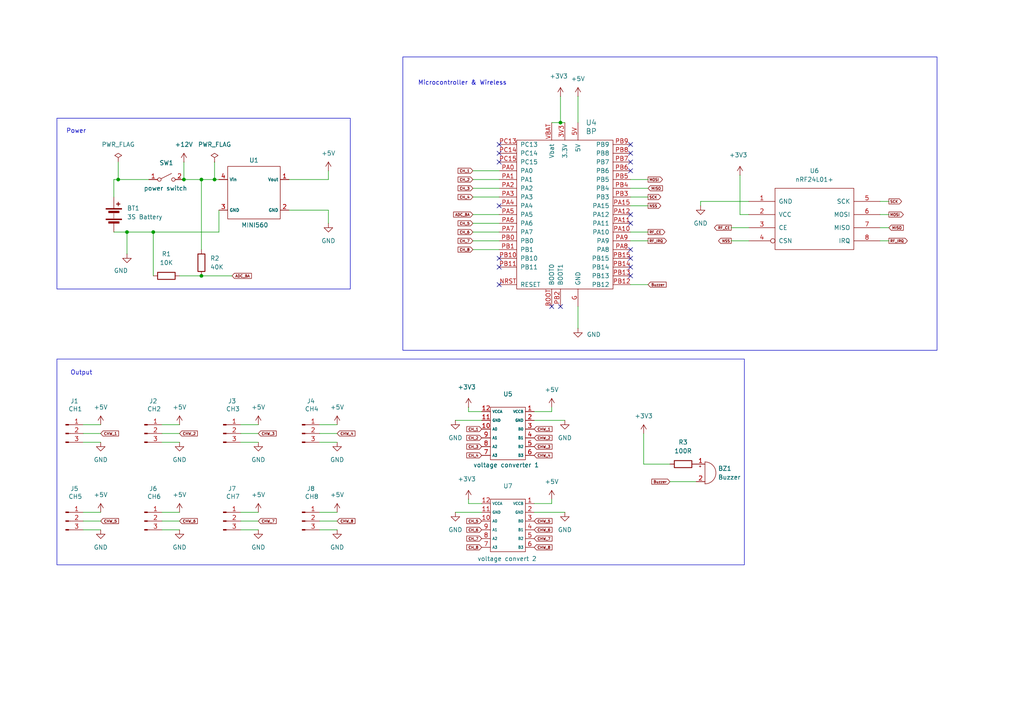
<source format=kicad_sch>
(kicad_sch
	(version 20231120)
	(generator "eeschema")
	(generator_version "8.0")
	(uuid "92e5ccb6-4260-4a08-b8a4-ff6332d4d825")
	(paper "A4")
	(lib_symbols
		(symbol "Connector:Conn_01x03_Pin"
			(pin_names
				(offset 1.016) hide)
			(exclude_from_sim no)
			(in_bom yes)
			(on_board yes)
			(property "Reference" "J"
				(at 0 5.08 0)
				(effects
					(font
						(size 1.27 1.27)
					)
				)
			)
			(property "Value" "Conn_01x03_Pin"
				(at 0 -5.08 0)
				(effects
					(font
						(size 1.27 1.27)
					)
				)
			)
			(property "Footprint" ""
				(at 0 0 0)
				(effects
					(font
						(size 1.27 1.27)
					)
					(hide yes)
				)
			)
			(property "Datasheet" "~"
				(at 0 0 0)
				(effects
					(font
						(size 1.27 1.27)
					)
					(hide yes)
				)
			)
			(property "Description" "Generic connector, single row, 01x03, script generated"
				(at 0 0 0)
				(effects
					(font
						(size 1.27 1.27)
					)
					(hide yes)
				)
			)
			(property "ki_locked" ""
				(at 0 0 0)
				(effects
					(font
						(size 1.27 1.27)
					)
				)
			)
			(property "ki_keywords" "connector"
				(at 0 0 0)
				(effects
					(font
						(size 1.27 1.27)
					)
					(hide yes)
				)
			)
			(property "ki_fp_filters" "Connector*:*_1x??_*"
				(at 0 0 0)
				(effects
					(font
						(size 1.27 1.27)
					)
					(hide yes)
				)
			)
			(symbol "Conn_01x03_Pin_1_1"
				(polyline
					(pts
						(xy 1.27 -2.54) (xy 0.8636 -2.54)
					)
					(stroke
						(width 0.1524)
						(type default)
					)
					(fill
						(type none)
					)
				)
				(polyline
					(pts
						(xy 1.27 0) (xy 0.8636 0)
					)
					(stroke
						(width 0.1524)
						(type default)
					)
					(fill
						(type none)
					)
				)
				(polyline
					(pts
						(xy 1.27 2.54) (xy 0.8636 2.54)
					)
					(stroke
						(width 0.1524)
						(type default)
					)
					(fill
						(type none)
					)
				)
				(rectangle
					(start 0.8636 -2.413)
					(end 0 -2.667)
					(stroke
						(width 0.1524)
						(type default)
					)
					(fill
						(type outline)
					)
				)
				(rectangle
					(start 0.8636 0.127)
					(end 0 -0.127)
					(stroke
						(width 0.1524)
						(type default)
					)
					(fill
						(type outline)
					)
				)
				(rectangle
					(start 0.8636 2.667)
					(end 0 2.413)
					(stroke
						(width 0.1524)
						(type default)
					)
					(fill
						(type outline)
					)
				)
				(pin passive line
					(at 5.08 2.54 180)
					(length 3.81)
					(name "Pin_1"
						(effects
							(font
								(size 1.27 1.27)
							)
						)
					)
					(number "1"
						(effects
							(font
								(size 1.27 1.27)
							)
						)
					)
				)
				(pin passive line
					(at 5.08 0 180)
					(length 3.81)
					(name "Pin_2"
						(effects
							(font
								(size 1.27 1.27)
							)
						)
					)
					(number "2"
						(effects
							(font
								(size 1.27 1.27)
							)
						)
					)
				)
				(pin passive line
					(at 5.08 -2.54 180)
					(length 3.81)
					(name "Pin_3"
						(effects
							(font
								(size 1.27 1.27)
							)
						)
					)
					(number "3"
						(effects
							(font
								(size 1.27 1.27)
							)
						)
					)
				)
			)
		)
		(symbol "Device:Battery"
			(pin_numbers hide)
			(pin_names
				(offset 0) hide)
			(exclude_from_sim no)
			(in_bom yes)
			(on_board yes)
			(property "Reference" "BT"
				(at 2.54 2.54 0)
				(effects
					(font
						(size 1.27 1.27)
					)
					(justify left)
				)
			)
			(property "Value" "Battery"
				(at 2.54 0 0)
				(effects
					(font
						(size 1.27 1.27)
					)
					(justify left)
				)
			)
			(property "Footprint" ""
				(at 0 1.524 90)
				(effects
					(font
						(size 1.27 1.27)
					)
					(hide yes)
				)
			)
			(property "Datasheet" "~"
				(at 0 1.524 90)
				(effects
					(font
						(size 1.27 1.27)
					)
					(hide yes)
				)
			)
			(property "Description" "Multiple-cell battery"
				(at 0 0 0)
				(effects
					(font
						(size 1.27 1.27)
					)
					(hide yes)
				)
			)
			(property "ki_keywords" "batt voltage-source cell"
				(at 0 0 0)
				(effects
					(font
						(size 1.27 1.27)
					)
					(hide yes)
				)
			)
			(symbol "Battery_0_1"
				(rectangle
					(start -2.286 -1.27)
					(end 2.286 -1.524)
					(stroke
						(width 0)
						(type default)
					)
					(fill
						(type outline)
					)
				)
				(rectangle
					(start -2.286 1.778)
					(end 2.286 1.524)
					(stroke
						(width 0)
						(type default)
					)
					(fill
						(type outline)
					)
				)
				(rectangle
					(start -1.524 -2.032)
					(end 1.524 -2.54)
					(stroke
						(width 0)
						(type default)
					)
					(fill
						(type outline)
					)
				)
				(rectangle
					(start -1.524 1.016)
					(end 1.524 0.508)
					(stroke
						(width 0)
						(type default)
					)
					(fill
						(type outline)
					)
				)
				(polyline
					(pts
						(xy 0 -1.016) (xy 0 -0.762)
					)
					(stroke
						(width 0)
						(type default)
					)
					(fill
						(type none)
					)
				)
				(polyline
					(pts
						(xy 0 -0.508) (xy 0 -0.254)
					)
					(stroke
						(width 0)
						(type default)
					)
					(fill
						(type none)
					)
				)
				(polyline
					(pts
						(xy 0 0) (xy 0 0.254)
					)
					(stroke
						(width 0)
						(type default)
					)
					(fill
						(type none)
					)
				)
				(polyline
					(pts
						(xy 0 1.778) (xy 0 2.54)
					)
					(stroke
						(width 0)
						(type default)
					)
					(fill
						(type none)
					)
				)
				(polyline
					(pts
						(xy 0.762 3.048) (xy 1.778 3.048)
					)
					(stroke
						(width 0.254)
						(type default)
					)
					(fill
						(type none)
					)
				)
				(polyline
					(pts
						(xy 1.27 3.556) (xy 1.27 2.54)
					)
					(stroke
						(width 0.254)
						(type default)
					)
					(fill
						(type none)
					)
				)
			)
			(symbol "Battery_1_1"
				(pin passive line
					(at 0 5.08 270)
					(length 2.54)
					(name "+"
						(effects
							(font
								(size 1.27 1.27)
							)
						)
					)
					(number "1"
						(effects
							(font
								(size 1.27 1.27)
							)
						)
					)
				)
				(pin passive line
					(at 0 -5.08 90)
					(length 2.54)
					(name "-"
						(effects
							(font
								(size 1.27 1.27)
							)
						)
					)
					(number "2"
						(effects
							(font
								(size 1.27 1.27)
							)
						)
					)
				)
			)
		)
		(symbol "Device:Buzzer"
			(pin_names
				(offset 0.0254) hide)
			(exclude_from_sim no)
			(in_bom yes)
			(on_board yes)
			(property "Reference" "BZ"
				(at 3.81 1.27 0)
				(effects
					(font
						(size 1.27 1.27)
					)
					(justify left)
				)
			)
			(property "Value" "Buzzer"
				(at 3.81 -1.27 0)
				(effects
					(font
						(size 1.27 1.27)
					)
					(justify left)
				)
			)
			(property "Footprint" ""
				(at -0.635 2.54 90)
				(effects
					(font
						(size 1.27 1.27)
					)
					(hide yes)
				)
			)
			(property "Datasheet" "~"
				(at -0.635 2.54 90)
				(effects
					(font
						(size 1.27 1.27)
					)
					(hide yes)
				)
			)
			(property "Description" "Buzzer, polarized"
				(at 0 0 0)
				(effects
					(font
						(size 1.27 1.27)
					)
					(hide yes)
				)
			)
			(property "ki_keywords" "quartz resonator ceramic"
				(at 0 0 0)
				(effects
					(font
						(size 1.27 1.27)
					)
					(hide yes)
				)
			)
			(property "ki_fp_filters" "*Buzzer*"
				(at 0 0 0)
				(effects
					(font
						(size 1.27 1.27)
					)
					(hide yes)
				)
			)
			(symbol "Buzzer_0_1"
				(arc
					(start 0 -3.175)
					(mid 3.1612 0)
					(end 0 3.175)
					(stroke
						(width 0)
						(type default)
					)
					(fill
						(type none)
					)
				)
				(polyline
					(pts
						(xy -1.651 1.905) (xy -1.143 1.905)
					)
					(stroke
						(width 0)
						(type default)
					)
					(fill
						(type none)
					)
				)
				(polyline
					(pts
						(xy -1.397 2.159) (xy -1.397 1.651)
					)
					(stroke
						(width 0)
						(type default)
					)
					(fill
						(type none)
					)
				)
				(polyline
					(pts
						(xy 0 3.175) (xy 0 -3.175)
					)
					(stroke
						(width 0)
						(type default)
					)
					(fill
						(type none)
					)
				)
			)
			(symbol "Buzzer_1_1"
				(pin passive line
					(at -2.54 2.54 0)
					(length 2.54)
					(name "+"
						(effects
							(font
								(size 1.27 1.27)
							)
						)
					)
					(number "1"
						(effects
							(font
								(size 1.27 1.27)
							)
						)
					)
				)
				(pin passive line
					(at -2.54 -2.54 0)
					(length 2.54)
					(name "-"
						(effects
							(font
								(size 1.27 1.27)
							)
						)
					)
					(number "2"
						(effects
							(font
								(size 1.27 1.27)
							)
						)
					)
				)
			)
		)
		(symbol "Device:R"
			(pin_numbers hide)
			(pin_names
				(offset 0)
			)
			(exclude_from_sim no)
			(in_bom yes)
			(on_board yes)
			(property "Reference" "R"
				(at 2.032 0 90)
				(effects
					(font
						(size 1.27 1.27)
					)
				)
			)
			(property "Value" "R"
				(at 0 0 90)
				(effects
					(font
						(size 1.27 1.27)
					)
				)
			)
			(property "Footprint" ""
				(at -1.778 0 90)
				(effects
					(font
						(size 1.27 1.27)
					)
					(hide yes)
				)
			)
			(property "Datasheet" "~"
				(at 0 0 0)
				(effects
					(font
						(size 1.27 1.27)
					)
					(hide yes)
				)
			)
			(property "Description" "Resistor"
				(at 0 0 0)
				(effects
					(font
						(size 1.27 1.27)
					)
					(hide yes)
				)
			)
			(property "ki_keywords" "R res resistor"
				(at 0 0 0)
				(effects
					(font
						(size 1.27 1.27)
					)
					(hide yes)
				)
			)
			(property "ki_fp_filters" "R_*"
				(at 0 0 0)
				(effects
					(font
						(size 1.27 1.27)
					)
					(hide yes)
				)
			)
			(symbol "R_0_1"
				(rectangle
					(start -1.016 -2.54)
					(end 1.016 2.54)
					(stroke
						(width 0.254)
						(type default)
					)
					(fill
						(type none)
					)
				)
			)
			(symbol "R_1_1"
				(pin passive line
					(at 0 3.81 270)
					(length 1.27)
					(name "~"
						(effects
							(font
								(size 1.27 1.27)
							)
						)
					)
					(number "1"
						(effects
							(font
								(size 1.27 1.27)
							)
						)
					)
				)
				(pin passive line
					(at 0 -3.81 90)
					(length 1.27)
					(name "~"
						(effects
							(font
								(size 1.27 1.27)
							)
						)
					)
					(number "2"
						(effects
							(font
								(size 1.27 1.27)
							)
						)
					)
				)
			)
		)
		(symbol "Switch:SW_SPST"
			(pin_names
				(offset 0) hide)
			(exclude_from_sim no)
			(in_bom yes)
			(on_board yes)
			(property "Reference" "SW"
				(at 0 3.175 0)
				(effects
					(font
						(size 1.27 1.27)
					)
				)
			)
			(property "Value" "SW_SPST"
				(at 0 -2.54 0)
				(effects
					(font
						(size 1.27 1.27)
					)
				)
			)
			(property "Footprint" ""
				(at 0 0 0)
				(effects
					(font
						(size 1.27 1.27)
					)
					(hide yes)
				)
			)
			(property "Datasheet" "~"
				(at 0 0 0)
				(effects
					(font
						(size 1.27 1.27)
					)
					(hide yes)
				)
			)
			(property "Description" "Single Pole Single Throw (SPST) switch"
				(at 0 0 0)
				(effects
					(font
						(size 1.27 1.27)
					)
					(hide yes)
				)
			)
			(property "ki_keywords" "switch lever"
				(at 0 0 0)
				(effects
					(font
						(size 1.27 1.27)
					)
					(hide yes)
				)
			)
			(symbol "SW_SPST_0_0"
				(circle
					(center -2.032 0)
					(radius 0.508)
					(stroke
						(width 0)
						(type default)
					)
					(fill
						(type none)
					)
				)
				(polyline
					(pts
						(xy -1.524 0.254) (xy 1.524 1.778)
					)
					(stroke
						(width 0)
						(type default)
					)
					(fill
						(type none)
					)
				)
				(circle
					(center 2.032 0)
					(radius 0.508)
					(stroke
						(width 0)
						(type default)
					)
					(fill
						(type none)
					)
				)
			)
			(symbol "SW_SPST_1_1"
				(pin passive line
					(at -5.08 0 0)
					(length 2.54)
					(name "A"
						(effects
							(font
								(size 1.27 1.27)
							)
						)
					)
					(number "1"
						(effects
							(font
								(size 1.27 1.27)
							)
						)
					)
				)
				(pin passive line
					(at 5.08 0 180)
					(length 2.54)
					(name "B"
						(effects
							(font
								(size 1.27 1.27)
							)
						)
					)
					(number "2"
						(effects
							(font
								(size 1.27 1.27)
							)
						)
					)
				)
			)
		)
		(symbol "bp:BP"
			(pin_names
				(offset 1.016)
			)
			(exclude_from_sim no)
			(in_bom yes)
			(on_board yes)
			(property "Reference" "U4"
				(at 6.0041 26.67 0)
				(effects
					(font
						(size 1.524 1.524)
					)
					(justify left)
				)
			)
			(property "Value" "BP"
				(at 6.0041 24.13 0)
				(effects
					(font
						(size 1.524 1.524)
					)
					(justify left)
				)
			)
			(property "Footprint" "Module:blue_pill"
				(at 0.508 13.97 0)
				(effects
					(font
						(size 1.524 1.524)
					)
					(hide yes)
				)
			)
			(property "Datasheet" "bp"
				(at 0.254 10.16 0)
				(effects
					(font
						(size 1.524 1.524)
					)
					(hide yes)
				)
			)
			(property "Description" ""
				(at 0 0 0)
				(effects
					(font
						(size 1.27 1.27)
					)
					(hide yes)
				)
			)
			(symbol "BP_0_1"
				(rectangle
					(start -13.97 21.59)
					(end 13.97 -21.59)
					(stroke
						(width 0)
						(type solid)
					)
					(fill
						(type none)
					)
				)
			)
			(symbol "BP_1_1"
				(pin power_out line
					(at 0 26.67 270)
					(length 5.08)
					(name "3.3V"
						(effects
							(font
								(size 1.27 1.27)
							)
						)
					)
					(number "3V3"
						(effects
							(font
								(size 1.27 1.27)
							)
						)
					)
				)
				(pin power_in line
					(at 3.81 26.67 270)
					(length 5.08)
					(name "5V"
						(effects
							(font
								(size 1.27 1.27)
							)
						)
					)
					(number "5V"
						(effects
							(font
								(size 1.27 1.27)
							)
						)
					)
				)
				(pin input line
					(at -3.81 -26.67 90)
					(length 5.08)
					(name "BOOT0"
						(effects
							(font
								(size 1.27 1.27)
							)
						)
					)
					(number "BOOT"
						(effects
							(font
								(size 1.27 1.27)
							)
						)
					)
				)
				(pin power_in line
					(at 3.81 -26.67 90)
					(length 5.08)
					(name "GND"
						(effects
							(font
								(size 1.27 1.27)
							)
						)
					)
					(number "G"
						(effects
							(font
								(size 1.27 1.27)
							)
						)
					)
				)
				(pin input line
					(at -19.05 -20.32 0)
					(length 5.08)
					(name "RESET"
						(effects
							(font
								(size 1.27 1.27)
							)
						)
					)
					(number "NRST"
						(effects
							(font
								(size 1.27 1.27)
							)
						)
					)
				)
				(pin bidirectional line
					(at -19.05 12.7 0)
					(length 5.08)
					(name "PA0"
						(effects
							(font
								(size 1.27 1.27)
							)
						)
					)
					(number "PA0"
						(effects
							(font
								(size 1.27 1.27)
							)
						)
					)
				)
				(pin bidirectional line
					(at -19.05 10.16 0)
					(length 5.08)
					(name "PA1"
						(effects
							(font
								(size 1.27 1.27)
							)
						)
					)
					(number "PA1"
						(effects
							(font
								(size 1.27 1.27)
							)
						)
					)
				)
				(pin bidirectional line
					(at 19.05 -5.08 180)
					(length 5.08)
					(name "PA10"
						(effects
							(font
								(size 1.27 1.27)
							)
						)
					)
					(number "PA10"
						(effects
							(font
								(size 1.27 1.27)
							)
						)
					)
				)
				(pin bidirectional line
					(at 19.05 -2.54 180)
					(length 5.08)
					(name "PA11"
						(effects
							(font
								(size 1.27 1.27)
							)
						)
					)
					(number "PA11"
						(effects
							(font
								(size 1.27 1.27)
							)
						)
					)
				)
				(pin bidirectional line
					(at 19.05 0 180)
					(length 5.08)
					(name "PA12"
						(effects
							(font
								(size 1.27 1.27)
							)
						)
					)
					(number "PA12"
						(effects
							(font
								(size 1.27 1.27)
							)
						)
					)
				)
				(pin bidirectional line
					(at 19.05 2.54 180)
					(length 5.08)
					(name "PA15"
						(effects
							(font
								(size 1.27 1.27)
							)
						)
					)
					(number "PA15"
						(effects
							(font
								(size 1.27 1.27)
							)
						)
					)
				)
				(pin bidirectional line
					(at -19.05 7.62 0)
					(length 5.08)
					(name "PA2"
						(effects
							(font
								(size 1.27 1.27)
							)
						)
					)
					(number "PA2"
						(effects
							(font
								(size 1.27 1.27)
							)
						)
					)
				)
				(pin bidirectional line
					(at -19.05 5.08 0)
					(length 5.08)
					(name "PA3"
						(effects
							(font
								(size 1.27 1.27)
							)
						)
					)
					(number "PA3"
						(effects
							(font
								(size 1.27 1.27)
							)
						)
					)
				)
				(pin bidirectional line
					(at -19.05 2.54 0)
					(length 5.08)
					(name "PA4"
						(effects
							(font
								(size 1.27 1.27)
							)
						)
					)
					(number "PA4"
						(effects
							(font
								(size 1.27 1.27)
							)
						)
					)
				)
				(pin bidirectional line
					(at -19.05 0 0)
					(length 5.08)
					(name "PA5"
						(effects
							(font
								(size 1.27 1.27)
							)
						)
					)
					(number "PA5"
						(effects
							(font
								(size 1.27 1.27)
							)
						)
					)
				)
				(pin bidirectional line
					(at -19.05 -2.54 0)
					(length 5.08)
					(name "PA6"
						(effects
							(font
								(size 1.27 1.27)
							)
						)
					)
					(number "PA6"
						(effects
							(font
								(size 1.27 1.27)
							)
						)
					)
				)
				(pin bidirectional line
					(at -19.05 -5.08 0)
					(length 5.08)
					(name "PA7"
						(effects
							(font
								(size 1.27 1.27)
							)
						)
					)
					(number "PA7"
						(effects
							(font
								(size 1.27 1.27)
							)
						)
					)
				)
				(pin bidirectional line
					(at 19.05 -10.16 180)
					(length 5.08)
					(name "PA8"
						(effects
							(font
								(size 1.27 1.27)
							)
						)
					)
					(number "PA8"
						(effects
							(font
								(size 1.27 1.27)
							)
						)
					)
				)
				(pin bidirectional line
					(at 19.05 -7.62 180)
					(length 5.08)
					(name "PA9"
						(effects
							(font
								(size 1.27 1.27)
							)
						)
					)
					(number "PA9"
						(effects
							(font
								(size 1.27 1.27)
							)
						)
					)
				)
				(pin bidirectional line
					(at -19.05 -7.62 0)
					(length 5.08)
					(name "PB0"
						(effects
							(font
								(size 1.27 1.27)
							)
						)
					)
					(number "PB0"
						(effects
							(font
								(size 1.27 1.27)
							)
						)
					)
				)
				(pin bidirectional line
					(at -19.05 -10.16 0)
					(length 5.08)
					(name "PB1"
						(effects
							(font
								(size 1.27 1.27)
							)
						)
					)
					(number "PB1"
						(effects
							(font
								(size 1.27 1.27)
							)
						)
					)
				)
				(pin bidirectional line
					(at -19.05 -12.7 0)
					(length 5.08)
					(name "PB10"
						(effects
							(font
								(size 1.27 1.27)
							)
						)
					)
					(number "PB10"
						(effects
							(font
								(size 1.27 1.27)
							)
						)
					)
				)
				(pin bidirectional line
					(at -19.05 -15.24 0)
					(length 5.08)
					(name "PB11"
						(effects
							(font
								(size 1.27 1.27)
							)
						)
					)
					(number "PB11"
						(effects
							(font
								(size 1.27 1.27)
							)
						)
					)
				)
				(pin bidirectional line
					(at 19.05 -20.32 180)
					(length 5.08)
					(name "PB12"
						(effects
							(font
								(size 1.27 1.27)
							)
						)
					)
					(number "PB12"
						(effects
							(font
								(size 1.27 1.27)
							)
						)
					)
				)
				(pin bidirectional line
					(at 19.05 -17.78 180)
					(length 5.08)
					(name "PB13"
						(effects
							(font
								(size 1.27 1.27)
							)
						)
					)
					(number "PB13"
						(effects
							(font
								(size 1.27 1.27)
							)
						)
					)
				)
				(pin bidirectional line
					(at 19.05 -15.24 180)
					(length 5.08)
					(name "PB14"
						(effects
							(font
								(size 1.27 1.27)
							)
						)
					)
					(number "PB14"
						(effects
							(font
								(size 1.27 1.27)
							)
						)
					)
				)
				(pin bidirectional line
					(at 19.05 -12.7 180)
					(length 5.08)
					(name "PB15"
						(effects
							(font
								(size 1.27 1.27)
							)
						)
					)
					(number "PB15"
						(effects
							(font
								(size 1.27 1.27)
							)
						)
					)
				)
				(pin input line
					(at -1.27 -26.67 90)
					(length 5.08)
					(name "BOOT1"
						(effects
							(font
								(size 1.27 1.27)
							)
						)
					)
					(number "PB2"
						(effects
							(font
								(size 1.27 1.27)
							)
						)
					)
				)
				(pin bidirectional line
					(at 19.05 5.08 180)
					(length 5.08)
					(name "PB3"
						(effects
							(font
								(size 1.27 1.27)
							)
						)
					)
					(number "PB3"
						(effects
							(font
								(size 1.27 1.27)
							)
						)
					)
				)
				(pin bidirectional line
					(at 19.05 7.62 180)
					(length 5.08)
					(name "PB4"
						(effects
							(font
								(size 1.27 1.27)
							)
						)
					)
					(number "PB4"
						(effects
							(font
								(size 1.27 1.27)
							)
						)
					)
				)
				(pin bidirectional line
					(at 19.05 10.16 180)
					(length 5.08)
					(name "PB5"
						(effects
							(font
								(size 1.27 1.27)
							)
						)
					)
					(number "PB5"
						(effects
							(font
								(size 1.27 1.27)
							)
						)
					)
				)
				(pin bidirectional line
					(at 19.05 12.7 180)
					(length 5.08)
					(name "PB6"
						(effects
							(font
								(size 1.27 1.27)
							)
						)
					)
					(number "PB6"
						(effects
							(font
								(size 1.27 1.27)
							)
						)
					)
				)
				(pin bidirectional line
					(at 19.05 15.24 180)
					(length 5.08)
					(name "PB7"
						(effects
							(font
								(size 1.27 1.27)
							)
						)
					)
					(number "PB7"
						(effects
							(font
								(size 1.27 1.27)
							)
						)
					)
				)
				(pin bidirectional line
					(at 19.05 17.78 180)
					(length 5.08)
					(name "PB8"
						(effects
							(font
								(size 1.27 1.27)
							)
						)
					)
					(number "PB8"
						(effects
							(font
								(size 1.27 1.27)
							)
						)
					)
				)
				(pin bidirectional line
					(at 19.05 20.32 180)
					(length 5.08)
					(name "PB9"
						(effects
							(font
								(size 1.27 1.27)
							)
						)
					)
					(number "PB9"
						(effects
							(font
								(size 1.27 1.27)
							)
						)
					)
				)
				(pin bidirectional line
					(at -19.05 20.32 0)
					(length 5.08)
					(name "PC13"
						(effects
							(font
								(size 1.27 1.27)
							)
						)
					)
					(number "PC13"
						(effects
							(font
								(size 1.27 1.27)
							)
						)
					)
				)
				(pin bidirectional line
					(at -19.05 17.78 0)
					(length 5.08)
					(name "PC14"
						(effects
							(font
								(size 1.27 1.27)
							)
						)
					)
					(number "PC14"
						(effects
							(font
								(size 1.27 1.27)
							)
						)
					)
				)
				(pin bidirectional line
					(at -19.05 15.24 0)
					(length 5.08)
					(name "PC15"
						(effects
							(font
								(size 1.27 1.27)
							)
						)
					)
					(number "PC15"
						(effects
							(font
								(size 1.27 1.27)
							)
						)
					)
				)
				(pin power_in line
					(at -3.81 26.67 270)
					(length 5.08)
					(name "Vbat"
						(effects
							(font
								(size 1.27 1.27)
							)
						)
					)
					(number "VBAT"
						(effects
							(font
								(size 1.27 1.27)
							)
						)
					)
				)
			)
		)
		(symbol "deng's_library:3v3_5v_4ch"
			(exclude_from_sim no)
			(in_bom yes)
			(on_board yes)
			(property "Reference" "U"
				(at 0 9.144 0)
				(effects
					(font
						(size 1.27 1.27)
					)
				)
			)
			(property "Value" ""
				(at 0 -7.62 0)
				(effects
					(font
						(size 1.27 1.27)
					)
				)
			)
			(property "Footprint" ""
				(at 0 -7.62 0)
				(effects
					(font
						(size 1.27 1.27)
					)
					(hide yes)
				)
			)
			(property "Datasheet" ""
				(at 0 -7.62 0)
				(effects
					(font
						(size 1.27 1.27)
					)
					(hide yes)
				)
			)
			(property "Description" ""
				(at 0 -7.62 0)
				(effects
					(font
						(size 1.27 1.27)
					)
					(hide yes)
				)
			)
			(symbol "3v3_5v_4ch_0_1"
				(rectangle
					(start -5.08 7.62)
					(end 5.08 -7.62)
					(stroke
						(width 0)
						(type default)
					)
					(fill
						(type none)
					)
				)
			)
			(symbol "3v3_5v_4ch_1_1"
				(pin power_in line
					(at 7.62 6.35 180)
					(length 2.54)
					(name "VCCB"
						(effects
							(font
								(size 0.762 0.762)
							)
						)
					)
					(number "1"
						(effects
							(font
								(size 1.27 1.27)
							)
						)
					)
				)
				(pin bidirectional line
					(at -7.62 1.27 0)
					(length 2.54)
					(name "A0"
						(effects
							(font
								(size 0.762 0.762)
							)
						)
					)
					(number "10"
						(effects
							(font
								(size 1.27 1.27)
							)
						)
					)
				)
				(pin power_in line
					(at -7.62 3.81 0)
					(length 2.54)
					(name "GND"
						(effects
							(font
								(size 0.762 0.762)
							)
						)
					)
					(number "11"
						(effects
							(font
								(size 1.27 1.27)
							)
						)
					)
				)
				(pin power_in line
					(at -7.62 6.35 0)
					(length 2.54)
					(name "VCCA"
						(effects
							(font
								(size 0.762 0.762)
							)
						)
					)
					(number "12"
						(effects
							(font
								(size 1.27 1.27)
							)
						)
					)
				)
				(pin power_in line
					(at 7.62 3.81 180)
					(length 2.54)
					(name "GND"
						(effects
							(font
								(size 0.762 0.762)
							)
						)
					)
					(number "2"
						(effects
							(font
								(size 1.27 1.27)
							)
						)
					)
				)
				(pin bidirectional line
					(at 7.62 1.27 180)
					(length 2.54)
					(name "B0"
						(effects
							(font
								(size 0.762 0.762)
							)
						)
					)
					(number "3"
						(effects
							(font
								(size 1.27 1.27)
							)
						)
					)
				)
				(pin bidirectional line
					(at 7.62 -1.27 180)
					(length 2.54)
					(name "B1"
						(effects
							(font
								(size 0.762 0.762)
							)
						)
					)
					(number "4"
						(effects
							(font
								(size 1.27 1.27)
							)
						)
					)
				)
				(pin bidirectional line
					(at 7.62 -3.81 180)
					(length 2.54)
					(name "B2"
						(effects
							(font
								(size 0.762 0.762)
							)
						)
					)
					(number "5"
						(effects
							(font
								(size 1.27 1.27)
							)
						)
					)
				)
				(pin bidirectional line
					(at 7.62 -6.35 180)
					(length 2.54)
					(name "B3"
						(effects
							(font
								(size 0.762 0.762)
							)
						)
					)
					(number "6"
						(effects
							(font
								(size 1.27 1.27)
							)
						)
					)
				)
				(pin bidirectional line
					(at -7.62 -6.35 0)
					(length 2.54)
					(name "A3"
						(effects
							(font
								(size 0.762 0.762)
							)
						)
					)
					(number "7"
						(effects
							(font
								(size 1.27 1.27)
							)
						)
					)
				)
				(pin bidirectional line
					(at -7.62 -3.81 0)
					(length 2.54)
					(name "A2"
						(effects
							(font
								(size 0.762 0.762)
							)
						)
					)
					(number "8"
						(effects
							(font
								(size 1.27 1.27)
							)
						)
					)
				)
				(pin bidirectional line
					(at -7.62 -1.27 0)
					(length 2.54)
					(name "A1"
						(effects
							(font
								(size 0.762 0.762)
							)
						)
					)
					(number "9"
						(effects
							(font
								(size 1.27 1.27)
							)
						)
					)
				)
			)
		)
		(symbol "deng's_library:mini560"
			(exclude_from_sim no)
			(in_bom yes)
			(on_board yes)
			(property "Reference" "U"
				(at -0.254 11.43 0)
				(effects
					(font
						(size 1.27 1.27)
					)
				)
			)
			(property "Value" ""
				(at 0 0 0)
				(effects
					(font
						(size 1.27 1.27)
					)
				)
			)
			(property "Footprint" ""
				(at 0 0 0)
				(effects
					(font
						(size 1.27 1.27)
					)
					(hide yes)
				)
			)
			(property "Datasheet" ""
				(at 0 0 0)
				(effects
					(font
						(size 1.27 1.27)
					)
					(hide yes)
				)
			)
			(property "Description" ""
				(at 0 0 0)
				(effects
					(font
						(size 1.27 1.27)
					)
					(hide yes)
				)
			)
			(symbol "mini560_0_1"
				(rectangle
					(start -7.62 8.89)
					(end 7.62 -6.35)
					(stroke
						(width 0)
						(type default)
					)
					(fill
						(type none)
					)
				)
			)
			(symbol "mini560_1_1"
				(pin power_out line
					(at 10.16 5.08 180)
					(length 2.54)
					(name "Vout"
						(effects
							(font
								(size 0.889 0.889)
							)
						)
					)
					(number "1"
						(effects
							(font
								(size 1.27 1.27)
							)
						)
					)
				)
				(pin power_out line
					(at 10.16 -3.81 180)
					(length 2.54)
					(name "GND"
						(effects
							(font
								(size 0.889 0.889)
							)
						)
					)
					(number "2"
						(effects
							(font
								(size 1.27 1.27)
							)
						)
					)
				)
				(pin power_in line
					(at -10.16 -3.81 0)
					(length 2.54)
					(name "GND"
						(effects
							(font
								(size 0.889 0.889)
							)
						)
					)
					(number "3"
						(effects
							(font
								(size 1.27 1.27)
							)
						)
					)
				)
				(pin power_in line
					(at -10.16 5.08 0)
					(length 2.54)
					(name "Vin"
						(effects
							(font
								(size 0.889 0.889)
							)
						)
					)
					(number "4"
						(effects
							(font
								(size 1.27 1.27)
							)
						)
					)
				)
			)
		)
		(symbol "nRF24L01+:nRF24L01+"
			(pin_names
				(offset 1.016)
			)
			(exclude_from_sim no)
			(in_bom yes)
			(on_board yes)
			(property "Reference" "U"
				(at 0 -7.62 0)
				(effects
					(font
						(size 1.27 1.27)
					)
				)
			)
			(property "Value" "nRF24L01+"
				(at 0 7.62 0)
				(effects
					(font
						(size 1.27 1.27)
					)
				)
			)
			(property "Footprint" "MODULE"
				(at 0 2.54 0)
				(effects
					(font
						(size 1.27 1.27)
					)
					(hide yes)
				)
			)
			(property "Datasheet" "DOCUMENTATION"
				(at 0 -1.27 0)
				(effects
					(font
						(size 1.27 1.27)
					)
					(hide yes)
				)
			)
			(property "Description" ""
				(at 0 0 0)
				(effects
					(font
						(size 1.27 1.27)
					)
					(hide yes)
				)
			)
			(symbol "nRF24L01+_1_0"
				(rectangle
					(start -11.43 -8.89)
					(end 11.43 8.89)
					(stroke
						(width 0)
						(type solid)
					)
					(fill
						(type none)
					)
				)
			)
			(symbol "nRF24L01+_1_1"
				(pin power_in line
					(at -19.05 5.08 0)
					(length 7.62)
					(name "GND"
						(effects
							(font
								(size 1.27 1.27)
							)
						)
					)
					(number "1"
						(effects
							(font
								(size 1.27 1.27)
							)
						)
					)
				)
				(pin power_in line
					(at -19.05 1.27 0)
					(length 7.62)
					(name "VCC"
						(effects
							(font
								(size 1.27 1.27)
							)
						)
					)
					(number "2"
						(effects
							(font
								(size 1.27 1.27)
							)
						)
					)
				)
				(pin input line
					(at -19.05 -2.54 0)
					(length 7.62)
					(name "CE"
						(effects
							(font
								(size 1.27 1.27)
							)
						)
					)
					(number "3"
						(effects
							(font
								(size 1.27 1.27)
							)
						)
					)
				)
				(pin input inverted
					(at -19.05 -6.35 0)
					(length 7.62)
					(name "CSN"
						(effects
							(font
								(size 1.27 1.27)
							)
						)
					)
					(number "4"
						(effects
							(font
								(size 1.27 1.27)
							)
						)
					)
				)
				(pin input line
					(at 19.05 5.08 180)
					(length 7.62)
					(name "SCK"
						(effects
							(font
								(size 1.27 1.27)
							)
						)
					)
					(number "5"
						(effects
							(font
								(size 1.27 1.27)
							)
						)
					)
				)
				(pin input line
					(at 19.05 1.27 180)
					(length 7.62)
					(name "MOSI"
						(effects
							(font
								(size 1.27 1.27)
							)
						)
					)
					(number "6"
						(effects
							(font
								(size 1.27 1.27)
							)
						)
					)
				)
				(pin output line
					(at 19.05 -2.54 180)
					(length 7.62)
					(name "MISO"
						(effects
							(font
								(size 1.27 1.27)
							)
						)
					)
					(number "7"
						(effects
							(font
								(size 1.27 1.27)
							)
						)
					)
				)
				(pin output line
					(at 19.05 -6.35 180)
					(length 7.62)
					(name "IRQ"
						(effects
							(font
								(size 1.27 1.27)
							)
						)
					)
					(number "8"
						(effects
							(font
								(size 1.27 1.27)
							)
						)
					)
				)
			)
		)
		(symbol "power:+12V"
			(power)
			(pin_numbers hide)
			(pin_names
				(offset 0) hide)
			(exclude_from_sim no)
			(in_bom yes)
			(on_board yes)
			(property "Reference" "#PWR"
				(at 0 -3.81 0)
				(effects
					(font
						(size 1.27 1.27)
					)
					(hide yes)
				)
			)
			(property "Value" "+12V"
				(at 0 3.556 0)
				(effects
					(font
						(size 1.27 1.27)
					)
				)
			)
			(property "Footprint" ""
				(at 0 0 0)
				(effects
					(font
						(size 1.27 1.27)
					)
					(hide yes)
				)
			)
			(property "Datasheet" ""
				(at 0 0 0)
				(effects
					(font
						(size 1.27 1.27)
					)
					(hide yes)
				)
			)
			(property "Description" "Power symbol creates a global label with name \"+12V\""
				(at 0 0 0)
				(effects
					(font
						(size 1.27 1.27)
					)
					(hide yes)
				)
			)
			(property "ki_keywords" "global power"
				(at 0 0 0)
				(effects
					(font
						(size 1.27 1.27)
					)
					(hide yes)
				)
			)
			(symbol "+12V_0_1"
				(polyline
					(pts
						(xy -0.762 1.27) (xy 0 2.54)
					)
					(stroke
						(width 0)
						(type default)
					)
					(fill
						(type none)
					)
				)
				(polyline
					(pts
						(xy 0 0) (xy 0 2.54)
					)
					(stroke
						(width 0)
						(type default)
					)
					(fill
						(type none)
					)
				)
				(polyline
					(pts
						(xy 0 2.54) (xy 0.762 1.27)
					)
					(stroke
						(width 0)
						(type default)
					)
					(fill
						(type none)
					)
				)
			)
			(symbol "+12V_1_1"
				(pin power_in line
					(at 0 0 90)
					(length 0)
					(name "~"
						(effects
							(font
								(size 1.27 1.27)
							)
						)
					)
					(number "1"
						(effects
							(font
								(size 1.27 1.27)
							)
						)
					)
				)
			)
		)
		(symbol "power:+3V3"
			(power)
			(pin_numbers hide)
			(pin_names
				(offset 0) hide)
			(exclude_from_sim no)
			(in_bom yes)
			(on_board yes)
			(property "Reference" "#PWR"
				(at 0 -3.81 0)
				(effects
					(font
						(size 1.27 1.27)
					)
					(hide yes)
				)
			)
			(property "Value" "+3V3"
				(at 0 3.556 0)
				(effects
					(font
						(size 1.27 1.27)
					)
				)
			)
			(property "Footprint" ""
				(at 0 0 0)
				(effects
					(font
						(size 1.27 1.27)
					)
					(hide yes)
				)
			)
			(property "Datasheet" ""
				(at 0 0 0)
				(effects
					(font
						(size 1.27 1.27)
					)
					(hide yes)
				)
			)
			(property "Description" "Power symbol creates a global label with name \"+3V3\""
				(at 0 0 0)
				(effects
					(font
						(size 1.27 1.27)
					)
					(hide yes)
				)
			)
			(property "ki_keywords" "global power"
				(at 0 0 0)
				(effects
					(font
						(size 1.27 1.27)
					)
					(hide yes)
				)
			)
			(symbol "+3V3_0_1"
				(polyline
					(pts
						(xy -0.762 1.27) (xy 0 2.54)
					)
					(stroke
						(width 0)
						(type default)
					)
					(fill
						(type none)
					)
				)
				(polyline
					(pts
						(xy 0 0) (xy 0 2.54)
					)
					(stroke
						(width 0)
						(type default)
					)
					(fill
						(type none)
					)
				)
				(polyline
					(pts
						(xy 0 2.54) (xy 0.762 1.27)
					)
					(stroke
						(width 0)
						(type default)
					)
					(fill
						(type none)
					)
				)
			)
			(symbol "+3V3_1_1"
				(pin power_in line
					(at 0 0 90)
					(length 0)
					(name "~"
						(effects
							(font
								(size 1.27 1.27)
							)
						)
					)
					(number "1"
						(effects
							(font
								(size 1.27 1.27)
							)
						)
					)
				)
			)
		)
		(symbol "power:GND"
			(power)
			(pin_numbers hide)
			(pin_names
				(offset 0) hide)
			(exclude_from_sim no)
			(in_bom yes)
			(on_board yes)
			(property "Reference" "#PWR"
				(at 0 -6.35 0)
				(effects
					(font
						(size 1.27 1.27)
					)
					(hide yes)
				)
			)
			(property "Value" "GND"
				(at 0 -3.81 0)
				(effects
					(font
						(size 1.27 1.27)
					)
				)
			)
			(property "Footprint" ""
				(at 0 0 0)
				(effects
					(font
						(size 1.27 1.27)
					)
					(hide yes)
				)
			)
			(property "Datasheet" ""
				(at 0 0 0)
				(effects
					(font
						(size 1.27 1.27)
					)
					(hide yes)
				)
			)
			(property "Description" "Power symbol creates a global label with name \"GND\" , ground"
				(at 0 0 0)
				(effects
					(font
						(size 1.27 1.27)
					)
					(hide yes)
				)
			)
			(property "ki_keywords" "global power"
				(at 0 0 0)
				(effects
					(font
						(size 1.27 1.27)
					)
					(hide yes)
				)
			)
			(symbol "GND_0_1"
				(polyline
					(pts
						(xy 0 0) (xy 0 -1.27) (xy 1.27 -1.27) (xy 0 -2.54) (xy -1.27 -1.27) (xy 0 -1.27)
					)
					(stroke
						(width 0)
						(type default)
					)
					(fill
						(type none)
					)
				)
			)
			(symbol "GND_1_1"
				(pin power_in line
					(at 0 0 270)
					(length 0)
					(name "~"
						(effects
							(font
								(size 1.27 1.27)
							)
						)
					)
					(number "1"
						(effects
							(font
								(size 1.27 1.27)
							)
						)
					)
				)
			)
		)
		(symbol "power:PWR_FLAG"
			(power)
			(pin_numbers hide)
			(pin_names
				(offset 0) hide)
			(exclude_from_sim no)
			(in_bom yes)
			(on_board yes)
			(property "Reference" "#FLG"
				(at 0 1.905 0)
				(effects
					(font
						(size 1.27 1.27)
					)
					(hide yes)
				)
			)
			(property "Value" "PWR_FLAG"
				(at 0 3.81 0)
				(effects
					(font
						(size 1.27 1.27)
					)
				)
			)
			(property "Footprint" ""
				(at 0 0 0)
				(effects
					(font
						(size 1.27 1.27)
					)
					(hide yes)
				)
			)
			(property "Datasheet" "~"
				(at 0 0 0)
				(effects
					(font
						(size 1.27 1.27)
					)
					(hide yes)
				)
			)
			(property "Description" "Special symbol for telling ERC where power comes from"
				(at 0 0 0)
				(effects
					(font
						(size 1.27 1.27)
					)
					(hide yes)
				)
			)
			(property "ki_keywords" "flag power"
				(at 0 0 0)
				(effects
					(font
						(size 1.27 1.27)
					)
					(hide yes)
				)
			)
			(symbol "PWR_FLAG_0_0"
				(pin power_out line
					(at 0 0 90)
					(length 0)
					(name "~"
						(effects
							(font
								(size 1.27 1.27)
							)
						)
					)
					(number "1"
						(effects
							(font
								(size 1.27 1.27)
							)
						)
					)
				)
			)
			(symbol "PWR_FLAG_0_1"
				(polyline
					(pts
						(xy 0 0) (xy 0 1.27) (xy -1.016 1.905) (xy 0 2.54) (xy 1.016 1.905) (xy 0 1.27)
					)
					(stroke
						(width 0)
						(type default)
					)
					(fill
						(type none)
					)
				)
			)
		)
	)
	(junction
		(at 58.42 80.01)
		(diameter 0)
		(color 0 0 0 0)
		(uuid "3a1531f7-6ecb-445c-a42e-a0847e8c7662")
	)
	(junction
		(at 58.42 52.07)
		(diameter 0)
		(color 0 0 0 0)
		(uuid "5d8de5a7-6d41-49c9-842f-321cc2490683")
	)
	(junction
		(at 53.34 52.07)
		(diameter 0)
		(color 0 0 0 0)
		(uuid "918ec4e8-3539-4d15-bab8-5bc77b6b7a0c")
	)
	(junction
		(at 162.56 35.56)
		(diameter 0)
		(color 0 0 0 0)
		(uuid "96142cf8-afbc-4ac8-a382-e1e0352a8beb")
	)
	(junction
		(at 34.29 52.07)
		(diameter 0)
		(color 0 0 0 0)
		(uuid "99827252-f708-4c47-82db-fd01b68f4eca")
	)
	(junction
		(at 36.83 67.31)
		(diameter 0)
		(color 0 0 0 0)
		(uuid "9fb19d0e-281a-4d2b-b326-20d072500907")
	)
	(junction
		(at 44.45 67.31)
		(diameter 0)
		(color 0 0 0 0)
		(uuid "b53948da-ec0e-4a9b-922f-7a7c5bd6a219")
	)
	(junction
		(at 62.23 52.07)
		(diameter 0)
		(color 0 0 0 0)
		(uuid "dafcbe87-1db0-4927-a6d0-2cd13ebb453c")
	)
	(no_connect
		(at 144.78 44.45)
		(uuid "0a0e0e75-04ba-44c6-87df-1fa381acefe1")
	)
	(no_connect
		(at 144.78 74.93)
		(uuid "23f63edb-9dc4-45fd-95d1-55bcaf1f2ac3")
	)
	(no_connect
		(at 182.88 74.93)
		(uuid "40412302-bca6-417e-ad8c-46778cfc1f5c")
	)
	(no_connect
		(at 182.88 41.91)
		(uuid "47b125c4-4370-441d-9251-f3b0a8a55014")
	)
	(no_connect
		(at 144.78 77.47)
		(uuid "543196ae-df7a-4be1-b8dc-39c54514190c")
	)
	(no_connect
		(at 160.02 88.9)
		(uuid "5c9c8aab-d274-48dc-9e88-203b91ca1351")
	)
	(no_connect
		(at 144.78 82.55)
		(uuid "664e2e6d-089e-49df-b487-a03051b09ed3")
	)
	(no_connect
		(at 144.78 41.91)
		(uuid "6875b363-4d55-4ce0-b0b8-b88a993e3dc8")
	)
	(no_connect
		(at 182.88 72.39)
		(uuid "7976ffce-5b15-41b7-9022-43a10ca04353")
	)
	(no_connect
		(at 144.78 59.69)
		(uuid "7bc8b52e-f0cf-4a40-b477-6e52d387dfc2")
	)
	(no_connect
		(at 162.56 88.9)
		(uuid "8dbe51e1-0a76-4a64-aa2b-458d1114687f")
	)
	(no_connect
		(at 144.78 46.99)
		(uuid "9300c8b0-3b2e-4968-b228-f8981a47db42")
	)
	(no_connect
		(at 182.88 49.53)
		(uuid "a86f0531-10e5-4213-bf68-064c9900d71f")
	)
	(no_connect
		(at 182.88 44.45)
		(uuid "b48fdf6a-08b8-4528-b28d-4aee4ec1b61f")
	)
	(no_connect
		(at 182.88 77.47)
		(uuid "cfac2bd1-85cf-49af-a607-c451be83061e")
	)
	(no_connect
		(at 182.88 62.23)
		(uuid "e5e6e15c-505f-4e85-9dfd-63661e4c701c")
	)
	(no_connect
		(at 182.88 80.01)
		(uuid "ed2c95af-5b81-4a7e-87ce-b635d108cbd9")
	)
	(no_connect
		(at 182.88 64.77)
		(uuid "f08925d1-3955-417c-aba4-5c1e20e73cbd")
	)
	(no_connect
		(at 182.88 46.99)
		(uuid "f6779c4a-d57d-4eb9-88e6-720aa1d56cc0")
	)
	(wire
		(pts
			(xy 58.42 52.07) (xy 62.23 52.07)
		)
		(stroke
			(width 0)
			(type default)
		)
		(uuid "038036a0-559b-442b-84e9-25280739e8f6")
	)
	(wire
		(pts
			(xy 69.85 128.27) (xy 74.93 128.27)
		)
		(stroke
			(width 0)
			(type default)
		)
		(uuid "03bd3ed8-7de2-41c4-bfc7-34459c7f576d")
	)
	(wire
		(pts
			(xy 137.16 52.07) (xy 144.78 52.07)
		)
		(stroke
			(width 0)
			(type default)
		)
		(uuid "0637c22f-3a6f-4a43-9892-82e9618e371a")
	)
	(wire
		(pts
			(xy 46.99 148.59) (xy 52.07 148.59)
		)
		(stroke
			(width 0)
			(type default)
		)
		(uuid "09e34b64-d443-4282-be64-770bb688440d")
	)
	(wire
		(pts
			(xy 182.88 52.07) (xy 187.96 52.07)
		)
		(stroke
			(width 0)
			(type default)
		)
		(uuid "0a0dfecb-5650-4117-a2e0-b430b7c4baaa")
	)
	(wire
		(pts
			(xy 62.23 52.07) (xy 63.5 52.07)
		)
		(stroke
			(width 0)
			(type default)
		)
		(uuid "0a1db6c8-5d61-4d19-bb33-86986141c3f4")
	)
	(wire
		(pts
			(xy 33.02 52.07) (xy 34.29 52.07)
		)
		(stroke
			(width 0)
			(type default)
		)
		(uuid "13d3c3f1-0d68-4c70-a82f-4a391fe99f65")
	)
	(wire
		(pts
			(xy 212.09 66.04) (xy 217.17 66.04)
		)
		(stroke
			(width 0)
			(type default)
		)
		(uuid "162c9997-a156-4878-8991-26feda7a90e2")
	)
	(wire
		(pts
			(xy 36.83 67.31) (xy 44.45 67.31)
		)
		(stroke
			(width 0)
			(type default)
		)
		(uuid "18dfa855-f976-49a1-9fc0-871e533d1c35")
	)
	(wire
		(pts
			(xy 255.27 66.04) (xy 257.81 66.04)
		)
		(stroke
			(width 0)
			(type default)
		)
		(uuid "1b24a2d5-c932-4f6a-b25b-9878d54ca170")
	)
	(wire
		(pts
			(xy 182.88 69.85) (xy 187.96 69.85)
		)
		(stroke
			(width 0)
			(type default)
		)
		(uuid "2b718bff-582f-4d3e-a73b-dc5b2d7dd456")
	)
	(wire
		(pts
			(xy 24.13 153.67) (xy 29.21 153.67)
		)
		(stroke
			(width 0)
			(type default)
		)
		(uuid "2e623d4b-d233-412a-8f30-d7eb010aebc6")
	)
	(wire
		(pts
			(xy 137.16 54.61) (xy 144.78 54.61)
		)
		(stroke
			(width 0)
			(type default)
		)
		(uuid "30684c89-e699-44a7-ade1-47ab8a8f338b")
	)
	(wire
		(pts
			(xy 182.88 59.69) (xy 187.96 59.69)
		)
		(stroke
			(width 0)
			(type default)
		)
		(uuid "3098385b-2a61-4316-913f-4cf35672283f")
	)
	(wire
		(pts
			(xy 92.71 153.67) (xy 97.79 153.67)
		)
		(stroke
			(width 0)
			(type default)
		)
		(uuid "314f97e2-72e6-4668-89ee-e5c21b75b985")
	)
	(wire
		(pts
			(xy 167.64 88.9) (xy 167.64 95.25)
		)
		(stroke
			(width 0)
			(type default)
		)
		(uuid "34c1e0c7-db75-4d75-bd65-801b3f194e53")
	)
	(wire
		(pts
			(xy 135.89 119.38) (xy 139.7 119.38)
		)
		(stroke
			(width 0)
			(type default)
		)
		(uuid "362ede0a-759e-418a-ac6c-579a7c08e43c")
	)
	(wire
		(pts
			(xy 52.07 80.01) (xy 58.42 80.01)
		)
		(stroke
			(width 0)
			(type default)
		)
		(uuid "3bcecc11-0ea4-4f0c-ac5d-7ba54816f92a")
	)
	(wire
		(pts
			(xy 69.85 151.13) (xy 74.93 151.13)
		)
		(stroke
			(width 0)
			(type default)
		)
		(uuid "3ee7ffc9-4751-49b3-a11f-0eb2168722fe")
	)
	(wire
		(pts
			(xy 132.08 121.92) (xy 139.7 121.92)
		)
		(stroke
			(width 0)
			(type default)
		)
		(uuid "4242166e-fd4d-45ea-b0e7-69650b1b3d1f")
	)
	(wire
		(pts
			(xy 46.99 151.13) (xy 52.07 151.13)
		)
		(stroke
			(width 0)
			(type default)
		)
		(uuid "4295e57d-b9bf-4570-9570-441d2c010028")
	)
	(wire
		(pts
			(xy 182.88 67.31) (xy 187.96 67.31)
		)
		(stroke
			(width 0)
			(type default)
		)
		(uuid "488c7211-9e36-4363-b112-9415a65dbff1")
	)
	(wire
		(pts
			(xy 135.89 144.78) (xy 135.89 146.05)
		)
		(stroke
			(width 0)
			(type default)
		)
		(uuid "49308b90-9ec1-4669-a225-3d122c0289e2")
	)
	(wire
		(pts
			(xy 24.13 125.73) (xy 29.21 125.73)
		)
		(stroke
			(width 0)
			(type default)
		)
		(uuid "4bfb1eb5-ad39-4f2b-85f5-7f3185bd69c7")
	)
	(wire
		(pts
			(xy 92.71 151.13) (xy 97.79 151.13)
		)
		(stroke
			(width 0)
			(type default)
		)
		(uuid "4dd179b1-97dd-463f-8ae1-3b83c8351b2f")
	)
	(wire
		(pts
			(xy 186.69 134.62) (xy 194.31 134.62)
		)
		(stroke
			(width 0)
			(type default)
		)
		(uuid "53d1c18d-42eb-4a15-a1a6-4c1c48994a91")
	)
	(wire
		(pts
			(xy 24.13 151.13) (xy 29.21 151.13)
		)
		(stroke
			(width 0)
			(type default)
		)
		(uuid "5426598d-c65d-4c38-9c55-4e96ee180572")
	)
	(wire
		(pts
			(xy 53.34 52.07) (xy 58.42 52.07)
		)
		(stroke
			(width 0)
			(type default)
		)
		(uuid "57b780cc-bea9-4ed3-a501-3d7d5fedf04a")
	)
	(wire
		(pts
			(xy 160.02 144.78) (xy 160.02 146.05)
		)
		(stroke
			(width 0)
			(type default)
		)
		(uuid "5c6cb133-a49f-4183-9710-cb559e23ce44")
	)
	(wire
		(pts
			(xy 182.88 57.15) (xy 187.96 57.15)
		)
		(stroke
			(width 0)
			(type default)
		)
		(uuid "63465f31-049f-4099-bdd3-d2400aa6fd66")
	)
	(wire
		(pts
			(xy 92.71 123.19) (xy 97.79 123.19)
		)
		(stroke
			(width 0)
			(type default)
		)
		(uuid "66dae632-6211-4441-959f-92f9fc012f49")
	)
	(wire
		(pts
			(xy 135.89 118.11) (xy 135.89 119.38)
		)
		(stroke
			(width 0)
			(type default)
		)
		(uuid "6769bf85-230a-4d09-b92a-a54e95a430c3")
	)
	(wire
		(pts
			(xy 255.27 58.42) (xy 257.81 58.42)
		)
		(stroke
			(width 0)
			(type default)
		)
		(uuid "69f18640-fabf-44b4-9dcd-f44d6bb8db64")
	)
	(wire
		(pts
			(xy 182.88 54.61) (xy 187.96 54.61)
		)
		(stroke
			(width 0)
			(type default)
		)
		(uuid "6d019f8a-dbc3-46bb-939b-496de0e77891")
	)
	(wire
		(pts
			(xy 83.82 60.96) (xy 95.25 60.96)
		)
		(stroke
			(width 0)
			(type default)
		)
		(uuid "6ef7bffb-266b-4503-b240-7b0888ac646c")
	)
	(wire
		(pts
			(xy 24.13 148.59) (xy 29.21 148.59)
		)
		(stroke
			(width 0)
			(type default)
		)
		(uuid "7319acb6-bfdc-4d72-bb91-43abe3c73fbd")
	)
	(wire
		(pts
			(xy 255.27 69.85) (xy 257.81 69.85)
		)
		(stroke
			(width 0)
			(type default)
		)
		(uuid "76078272-6635-4431-9efc-8bbb1d8c8442")
	)
	(wire
		(pts
			(xy 162.56 27.94) (xy 162.56 35.56)
		)
		(stroke
			(width 0)
			(type default)
		)
		(uuid "7757aff8-3035-48e2-bc67-3e7aedf942eb")
	)
	(wire
		(pts
			(xy 167.64 27.94) (xy 167.64 35.56)
		)
		(stroke
			(width 0)
			(type default)
		)
		(uuid "797f1710-a9a2-40e9-acc9-7123b55c0c16")
	)
	(wire
		(pts
			(xy 154.94 148.59) (xy 163.83 148.59)
		)
		(stroke
			(width 0)
			(type default)
		)
		(uuid "7b13b661-0b8e-4a8e-8b81-a53f0e22e769")
	)
	(wire
		(pts
			(xy 182.88 82.55) (xy 187.96 82.55)
		)
		(stroke
			(width 0)
			(type default)
		)
		(uuid "7cacf67f-513c-458e-8e73-3841d1f6cfc4")
	)
	(wire
		(pts
			(xy 137.16 64.77) (xy 144.78 64.77)
		)
		(stroke
			(width 0)
			(type default)
		)
		(uuid "7dd4e148-5f16-4451-bae7-9cbeef1e29ba")
	)
	(wire
		(pts
			(xy 92.71 148.59) (xy 97.79 148.59)
		)
		(stroke
			(width 0)
			(type default)
		)
		(uuid "7df081fc-2daa-4e16-a9a0-d069382d03be")
	)
	(wire
		(pts
			(xy 160.02 118.11) (xy 160.02 119.38)
		)
		(stroke
			(width 0)
			(type default)
		)
		(uuid "7fda2850-e1a7-43af-a880-cbf18d09088e")
	)
	(wire
		(pts
			(xy 194.31 139.7) (xy 201.93 139.7)
		)
		(stroke
			(width 0)
			(type default)
		)
		(uuid "8788fee6-168c-4117-9052-2ecbff4dea4f")
	)
	(wire
		(pts
			(xy 44.45 67.31) (xy 63.5 67.31)
		)
		(stroke
			(width 0)
			(type default)
		)
		(uuid "8ac68394-f9b1-4ece-8728-5418047c8fd4")
	)
	(wire
		(pts
			(xy 92.71 125.73) (xy 97.79 125.73)
		)
		(stroke
			(width 0)
			(type default)
		)
		(uuid "8b1cf056-c83d-4091-9845-cb8f99efb6ec")
	)
	(wire
		(pts
			(xy 214.63 62.23) (xy 217.17 62.23)
		)
		(stroke
			(width 0)
			(type default)
		)
		(uuid "936b3520-3022-4e52-b598-ce974a189fa7")
	)
	(wire
		(pts
			(xy 69.85 148.59) (xy 74.93 148.59)
		)
		(stroke
			(width 0)
			(type default)
		)
		(uuid "97273afa-ca97-46d9-83a2-4c7278fc5986")
	)
	(wire
		(pts
			(xy 34.29 46.99) (xy 34.29 52.07)
		)
		(stroke
			(width 0)
			(type default)
		)
		(uuid "9ff1b857-d2f8-4757-97f1-65b9a23e835c")
	)
	(wire
		(pts
			(xy 83.82 52.07) (xy 95.25 52.07)
		)
		(stroke
			(width 0)
			(type default)
		)
		(uuid "a06775bb-32fb-49d7-8ace-e26e6b4a2780")
	)
	(wire
		(pts
			(xy 69.85 153.67) (xy 74.93 153.67)
		)
		(stroke
			(width 0)
			(type default)
		)
		(uuid "a2ff1787-45d2-4b42-a636-8d343841685d")
	)
	(wire
		(pts
			(xy 203.2 58.42) (xy 217.17 58.42)
		)
		(stroke
			(width 0)
			(type default)
		)
		(uuid "a569c178-d294-4310-9d7b-4bb66a6652c2")
	)
	(wire
		(pts
			(xy 33.02 67.31) (xy 36.83 67.31)
		)
		(stroke
			(width 0)
			(type default)
		)
		(uuid "a64540c7-5c3d-473b-9b09-43cc9bd5dbe3")
	)
	(wire
		(pts
			(xy 53.34 46.99) (xy 53.34 52.07)
		)
		(stroke
			(width 0)
			(type default)
		)
		(uuid "adcfbf2c-fa27-4a0f-b069-9fbf95d99dac")
	)
	(wire
		(pts
			(xy 137.16 57.15) (xy 144.78 57.15)
		)
		(stroke
			(width 0)
			(type default)
		)
		(uuid "af178522-7851-4c7a-a751-53824d6b58eb")
	)
	(wire
		(pts
			(xy 58.42 52.07) (xy 58.42 72.39)
		)
		(stroke
			(width 0)
			(type default)
		)
		(uuid "b1fd075d-a84d-4163-882d-1b3f78598ba6")
	)
	(wire
		(pts
			(xy 214.63 50.8) (xy 214.63 62.23)
		)
		(stroke
			(width 0)
			(type default)
		)
		(uuid "b3c36bed-b526-415d-a0e5-2bf224c8e9d7")
	)
	(wire
		(pts
			(xy 69.85 125.73) (xy 74.93 125.73)
		)
		(stroke
			(width 0)
			(type default)
		)
		(uuid "b971dbe2-d7a5-4177-8267-0ff3565fd917")
	)
	(wire
		(pts
			(xy 24.13 128.27) (xy 29.21 128.27)
		)
		(stroke
			(width 0)
			(type default)
		)
		(uuid "bcffe7e9-ed10-4f6c-b889-83c068036ecc")
	)
	(wire
		(pts
			(xy 162.56 35.56) (xy 163.83 35.56)
		)
		(stroke
			(width 0)
			(type default)
		)
		(uuid "bf01a5cc-af46-4ac1-af6a-6aa74f7f1f62")
	)
	(wire
		(pts
			(xy 137.16 67.31) (xy 144.78 67.31)
		)
		(stroke
			(width 0)
			(type default)
		)
		(uuid "bfbcdbce-0e7e-45fb-a37b-40eaf3be5c55")
	)
	(wire
		(pts
			(xy 212.09 69.85) (xy 217.17 69.85)
		)
		(stroke
			(width 0)
			(type default)
		)
		(uuid "c59f037d-8235-4b1d-8584-b6bcbbfdb30f")
	)
	(wire
		(pts
			(xy 137.16 62.23) (xy 144.78 62.23)
		)
		(stroke
			(width 0)
			(type default)
		)
		(uuid "c70b8ad7-a548-48b2-9ab2-3250cf0fa49d")
	)
	(wire
		(pts
			(xy 92.71 128.27) (xy 97.79 128.27)
		)
		(stroke
			(width 0)
			(type default)
		)
		(uuid "c9821343-8d9f-4e72-b2c9-4e16e2b66054")
	)
	(wire
		(pts
			(xy 46.99 125.73) (xy 52.07 125.73)
		)
		(stroke
			(width 0)
			(type default)
		)
		(uuid "cc801399-cc2f-4ff5-ad14-2949db27d1e5")
	)
	(wire
		(pts
			(xy 137.16 49.53) (xy 144.78 49.53)
		)
		(stroke
			(width 0)
			(type default)
		)
		(uuid "cf5265c4-cc1d-4da4-b9c9-bf5eb7a6f3f1")
	)
	(wire
		(pts
			(xy 186.69 125.73) (xy 186.69 134.62)
		)
		(stroke
			(width 0)
			(type default)
		)
		(uuid "d118a9fa-b3c2-4446-96b7-cb244e6a2223")
	)
	(wire
		(pts
			(xy 33.02 57.15) (xy 33.02 52.07)
		)
		(stroke
			(width 0)
			(type default)
		)
		(uuid "d36c5378-bb72-495c-8156-2c3ad5e49dd9")
	)
	(wire
		(pts
			(xy 137.16 72.39) (xy 144.78 72.39)
		)
		(stroke
			(width 0)
			(type default)
		)
		(uuid "d67c68ac-2664-4543-9a7a-43852f1175c4")
	)
	(wire
		(pts
			(xy 63.5 60.96) (xy 63.5 67.31)
		)
		(stroke
			(width 0)
			(type default)
		)
		(uuid "d8d30321-3147-4b0a-be80-8a7e4f6a3962")
	)
	(wire
		(pts
			(xy 154.94 121.92) (xy 163.83 121.92)
		)
		(stroke
			(width 0)
			(type default)
		)
		(uuid "dd3b6a91-ad43-418b-a7bb-35d8ecea46e6")
	)
	(wire
		(pts
			(xy 95.25 52.07) (xy 95.25 49.53)
		)
		(stroke
			(width 0)
			(type default)
		)
		(uuid "df648f3f-e695-4134-9b9f-a241506cf5e7")
	)
	(wire
		(pts
			(xy 69.85 123.19) (xy 74.93 123.19)
		)
		(stroke
			(width 0)
			(type default)
		)
		(uuid "e11c5aa6-d881-47be-bb60-296c0e0d57f9")
	)
	(wire
		(pts
			(xy 255.27 62.23) (xy 257.81 62.23)
		)
		(stroke
			(width 0)
			(type default)
		)
		(uuid "e16732b7-c058-492c-bee4-33b77306eb8e")
	)
	(wire
		(pts
			(xy 132.08 148.59) (xy 139.7 148.59)
		)
		(stroke
			(width 0)
			(type default)
		)
		(uuid "e1a903b7-9d09-4f67-9ded-f707931a72b2")
	)
	(wire
		(pts
			(xy 203.2 59.69) (xy 203.2 58.42)
		)
		(stroke
			(width 0)
			(type default)
		)
		(uuid "e2438ece-b2e0-4572-a546-7e26c453351e")
	)
	(wire
		(pts
			(xy 36.83 67.31) (xy 36.83 73.66)
		)
		(stroke
			(width 0)
			(type default)
		)
		(uuid "e3c711b6-bb06-4072-be27-0802e894dbaf")
	)
	(wire
		(pts
			(xy 34.29 52.07) (xy 43.18 52.07)
		)
		(stroke
			(width 0)
			(type default)
		)
		(uuid "e451f93f-1b18-4ca2-afa5-33779e9fe775")
	)
	(wire
		(pts
			(xy 160.02 146.05) (xy 154.94 146.05)
		)
		(stroke
			(width 0)
			(type default)
		)
		(uuid "e7332c36-c564-4979-b505-5d6de6d70cd1")
	)
	(wire
		(pts
			(xy 46.99 123.19) (xy 52.07 123.19)
		)
		(stroke
			(width 0)
			(type default)
		)
		(uuid "e7ccbdac-af72-40ba-ac5e-7f6e92ffc822")
	)
	(wire
		(pts
			(xy 160.02 119.38) (xy 154.94 119.38)
		)
		(stroke
			(width 0)
			(type default)
		)
		(uuid "eb8fa04c-451a-4bf6-9b80-3050304703b7")
	)
	(wire
		(pts
			(xy 135.89 146.05) (xy 139.7 146.05)
		)
		(stroke
			(width 0)
			(type default)
		)
		(uuid "eda8e179-a5e3-4d43-a33f-653f75f73f5d")
	)
	(wire
		(pts
			(xy 160.02 35.56) (xy 162.56 35.56)
		)
		(stroke
			(width 0)
			(type default)
		)
		(uuid "eddc66f9-8260-4cc3-b138-18fc4ee46b48")
	)
	(wire
		(pts
			(xy 46.99 153.67) (xy 52.07 153.67)
		)
		(stroke
			(width 0)
			(type default)
		)
		(uuid "ee7dce07-7d8f-4ceb-98e2-0a01fa236e54")
	)
	(wire
		(pts
			(xy 24.13 123.19) (xy 29.21 123.19)
		)
		(stroke
			(width 0)
			(type default)
		)
		(uuid "ef2dfb6f-4100-4a45-9c3f-b490fbf2eba4")
	)
	(wire
		(pts
			(xy 62.23 46.99) (xy 62.23 52.07)
		)
		(stroke
			(width 0)
			(type default)
		)
		(uuid "f4c6d3a0-3b94-4ba7-8bb2-0dd7e91c0ee6")
	)
	(wire
		(pts
			(xy 46.99 128.27) (xy 52.07 128.27)
		)
		(stroke
			(width 0)
			(type default)
		)
		(uuid "f5b60300-f57d-4cd9-b164-c3757233483e")
	)
	(wire
		(pts
			(xy 137.16 69.85) (xy 144.78 69.85)
		)
		(stroke
			(width 0)
			(type default)
		)
		(uuid "f75bc671-9e0f-4bf1-9561-07ec2992122f")
	)
	(wire
		(pts
			(xy 44.45 67.31) (xy 44.45 80.01)
		)
		(stroke
			(width 0)
			(type default)
		)
		(uuid "faf70003-c9e6-455b-b663-14a522faab1a")
	)
	(wire
		(pts
			(xy 58.42 80.01) (xy 67.31 80.01)
		)
		(stroke
			(width 0)
			(type default)
		)
		(uuid "fb7ccf19-719f-47f0-8cca-f81625f543c9")
	)
	(wire
		(pts
			(xy 95.25 60.96) (xy 95.25 64.77)
		)
		(stroke
			(width 0)
			(type default)
		)
		(uuid "fedf65f8-e268-4221-88dc-15ea640490ce")
	)
	(rectangle
		(start 16.51 34.29)
		(end 101.6 83.82)
		(stroke
			(width 0)
			(type default)
		)
		(fill
			(type none)
		)
		(uuid 3d638105-b58a-41d3-8055-7c4e88336c1e)
	)
	(rectangle
		(start 16.51 104.14)
		(end 215.9 163.83)
		(stroke
			(width 0)
			(type default)
		)
		(fill
			(type none)
		)
		(uuid 73d386fd-bfdc-4fb3-9c53-bed9b1873213)
	)
	(rectangle
		(start 116.84 16.51)
		(end 271.78 101.6)
		(stroke
			(width 0)
			(type default)
		)
		(fill
			(type none)
		)
		(uuid bc766d4a-17c1-41cb-a741-fecb6a4b1ed1)
	)
	(text "Output"
		(exclude_from_sim no)
		(at 23.622 108.204 0)
		(effects
			(font
				(size 1.27 1.27)
			)
		)
		(uuid "0e7b89ef-b3fb-4460-8410-110fc8afeeba")
	)
	(text "Power"
		(exclude_from_sim no)
		(at 22.098 38.1 0)
		(effects
			(font
				(size 1.27 1.27)
			)
		)
		(uuid "8650ecd9-8a39-4220-8382-0451924bed81")
	)
	(text "Microcontroller & Wireless"
		(exclude_from_sim no)
		(at 134.112 24.13 0)
		(effects
			(font
				(size 1.27 1.27)
			)
		)
		(uuid "a082ffa5-9615-4eba-8d2e-a4149051f570")
	)
	(global_label "RF_IRQ"
		(shape output)
		(at 257.81 69.85 0)
		(fields_autoplaced yes)
		(effects
			(font
				(size 0.762 0.762)
			)
			(justify left)
		)
		(uuid "00cb8254-8334-4a50-b128-a435634d7cd3")
		(property "Intersheetrefs" "${INTERSHEET_REFS}"
			(at 263.5203 69.85 0)
			(effects
				(font
					(size 1.27 1.27)
				)
				(justify left)
				(hide yes)
			)
		)
	)
	(global_label "CH_2"
		(shape input)
		(at 137.16 52.07 180)
		(fields_autoplaced yes)
		(effects
			(font
				(size 0.762 0.762)
			)
			(justify right)
		)
		(uuid "04ac121d-ff57-42bf-96f3-3a40ee505394")
		(property "Intersheetrefs" "${INTERSHEET_REFS}"
			(at 132.502 52.07 0)
			(effects
				(font
					(size 1.27 1.27)
				)
				(justify right)
				(hide yes)
			)
		)
	)
	(global_label "CH_6"
		(shape input)
		(at 139.7 153.67 180)
		(fields_autoplaced yes)
		(effects
			(font
				(size 0.762 0.762)
			)
			(justify right)
		)
		(uuid "0c30a9cc-96a0-4c80-844d-9d6fd9372ef3")
		(property "Intersheetrefs" "${INTERSHEET_REFS}"
			(at 135.042 153.67 0)
			(effects
				(font
					(size 1.27 1.27)
				)
				(justify right)
				(hide yes)
			)
		)
	)
	(global_label "CHW_5"
		(shape input)
		(at 29.21 151.13 0)
		(fields_autoplaced yes)
		(effects
			(font
				(size 0.762 0.762)
			)
			(justify left)
		)
		(uuid "0c810f97-82a8-4959-9148-43727d8a2a68")
		(property "Intersheetrefs" "${INTERSHEET_REFS}"
			(at 34.7389 151.13 0)
			(effects
				(font
					(size 1.27 1.27)
				)
				(justify left)
				(hide yes)
			)
		)
	)
	(global_label "MISO"
		(shape input)
		(at 257.81 66.04 0)
		(fields_autoplaced yes)
		(effects
			(font
				(size 0.762 0.762)
			)
			(justify left)
		)
		(uuid "0ecc37e2-42e3-4adf-8760-ed8dd911ad7d")
		(property "Intersheetrefs" "${INTERSHEET_REFS}"
			(at 262.3592 66.04 0)
			(effects
				(font
					(size 1.27 1.27)
				)
				(justify left)
				(hide yes)
			)
		)
	)
	(global_label "CH_8"
		(shape input)
		(at 139.7 158.75 180)
		(fields_autoplaced yes)
		(effects
			(font
				(size 0.762 0.762)
			)
			(justify right)
		)
		(uuid "11f46ec2-e102-40d0-b061-15a67fff5c11")
		(property "Intersheetrefs" "${INTERSHEET_REFS}"
			(at 135.042 158.75 0)
			(effects
				(font
					(size 1.27 1.27)
				)
				(justify right)
				(hide yes)
			)
		)
	)
	(global_label "ADC_BA"
		(shape input)
		(at 137.16 62.23 180)
		(fields_autoplaced yes)
		(effects
			(font
				(size 0.762 0.762)
			)
			(justify right)
		)
		(uuid "16a1200c-fdbf-4d07-97fd-109d78be5ffa")
		(property "Intersheetrefs" "${INTERSHEET_REFS}"
			(at 131.1958 62.23 0)
			(effects
				(font
					(size 1.27 1.27)
				)
				(justify right)
				(hide yes)
			)
		)
	)
	(global_label "ADC_BA"
		(shape input)
		(at 67.31 80.01 0)
		(fields_autoplaced yes)
		(effects
			(font
				(size 0.762 0.762)
			)
			(justify left)
		)
		(uuid "18c78917-f84f-4896-a9fd-6c6423232b3d")
		(property "Intersheetrefs" "${INTERSHEET_REFS}"
			(at 73.2742 80.01 0)
			(effects
				(font
					(size 1.27 1.27)
				)
				(justify left)
				(hide yes)
			)
		)
	)
	(global_label "CH_8"
		(shape input)
		(at 137.16 72.39 180)
		(fields_autoplaced yes)
		(effects
			(font
				(size 0.762 0.762)
			)
			(justify right)
		)
		(uuid "19cd5202-2d05-46db-9b7c-5019238b883a")
		(property "Intersheetrefs" "${INTERSHEET_REFS}"
			(at 132.502 72.39 0)
			(effects
				(font
					(size 1.27 1.27)
				)
				(justify right)
				(hide yes)
			)
		)
	)
	(global_label "CH_2"
		(shape input)
		(at 139.7 127 180)
		(fields_autoplaced yes)
		(effects
			(font
				(size 0.762 0.762)
			)
			(justify right)
		)
		(uuid "22590150-7905-4274-a438-991d3c415c8b")
		(property "Intersheetrefs" "${INTERSHEET_REFS}"
			(at 135.042 127 0)
			(effects
				(font
					(size 1.27 1.27)
				)
				(justify right)
				(hide yes)
			)
		)
	)
	(global_label "RF_CE"
		(shape output)
		(at 187.96 67.31 0)
		(fields_autoplaced yes)
		(effects
			(font
				(size 0.762 0.762)
			)
			(justify left)
		)
		(uuid "22f38866-5c75-4418-bbac-9e0b1d98f3fc")
		(property "Intersheetrefs" "${INTERSHEET_REFS}"
			(at 193.1985 67.31 0)
			(effects
				(font
					(size 1.27 1.27)
				)
				(justify left)
				(hide yes)
			)
		)
	)
	(global_label "CH_3"
		(shape input)
		(at 137.16 54.61 180)
		(fields_autoplaced yes)
		(effects
			(font
				(size 0.762 0.762)
			)
			(justify right)
		)
		(uuid "22f4be1a-e500-437d-a50b-2f8600df49ba")
		(property "Intersheetrefs" "${INTERSHEET_REFS}"
			(at 132.502 54.61 0)
			(effects
				(font
					(size 1.27 1.27)
				)
				(justify right)
				(hide yes)
			)
		)
	)
	(global_label "CHW_1"
		(shape input)
		(at 29.21 125.73 0)
		(fields_autoplaced yes)
		(effects
			(font
				(size 0.762 0.762)
			)
			(justify left)
		)
		(uuid "25076988-ce16-4263-a661-526d8d2fe8de")
		(property "Intersheetrefs" "${INTERSHEET_REFS}"
			(at 34.7389 125.73 0)
			(effects
				(font
					(size 1.27 1.27)
				)
				(justify left)
				(hide yes)
			)
		)
	)
	(global_label "CHW_8"
		(shape input)
		(at 154.94 158.75 0)
		(fields_autoplaced yes)
		(effects
			(font
				(size 0.762 0.762)
			)
			(justify left)
		)
		(uuid "2516be6e-d44f-445b-abff-9c12323fbe39")
		(property "Intersheetrefs" "${INTERSHEET_REFS}"
			(at 160.4689 158.75 0)
			(effects
				(font
					(size 1.27 1.27)
				)
				(justify left)
				(hide yes)
			)
		)
	)
	(global_label "Buzzer"
		(shape input)
		(at 187.96 82.55 0)
		(fields_autoplaced yes)
		(effects
			(font
				(size 0.762 0.762)
			)
			(justify left)
		)
		(uuid "44374ce5-7f7c-4b2d-8173-58719203f3a5")
		(property "Intersheetrefs" "${INTERSHEET_REFS}"
			(at 193.5614 82.55 0)
			(effects
				(font
					(size 1.27 1.27)
				)
				(justify left)
				(hide yes)
			)
		)
	)
	(global_label "CH_6"
		(shape input)
		(at 137.16 67.31 180)
		(fields_autoplaced yes)
		(effects
			(font
				(size 0.762 0.762)
			)
			(justify right)
		)
		(uuid "4677dddf-03bc-42a4-b1e4-3e1a9a3940e3")
		(property "Intersheetrefs" "${INTERSHEET_REFS}"
			(at 132.502 67.31 0)
			(effects
				(font
					(size 1.27 1.27)
				)
				(justify right)
				(hide yes)
			)
		)
	)
	(global_label "NSS"
		(shape output)
		(at 187.96 59.69 0)
		(fields_autoplaced yes)
		(effects
			(font
				(size 0.762 0.762)
			)
			(justify left)
		)
		(uuid "4a35b37f-0b17-4fa3-9c17-6fac5d369aa4")
		(property "Intersheetrefs" "${INTERSHEET_REFS}"
			(at 192.0011 59.69 0)
			(effects
				(font
					(size 1.27 1.27)
				)
				(justify left)
				(hide yes)
			)
		)
	)
	(global_label "CHW_1"
		(shape input)
		(at 154.94 124.46 0)
		(fields_autoplaced yes)
		(effects
			(font
				(size 0.762 0.762)
			)
			(justify left)
		)
		(uuid "555c8d6f-ffa3-4bd8-a632-4d2921a41fcb")
		(property "Intersheetrefs" "${INTERSHEET_REFS}"
			(at 160.4689 124.46 0)
			(effects
				(font
					(size 1.27 1.27)
				)
				(justify left)
				(hide yes)
			)
		)
	)
	(global_label "SCK"
		(shape output)
		(at 187.96 57.15 0)
		(fields_autoplaced yes)
		(effects
			(font
				(size 0.762 0.762)
			)
			(justify left)
		)
		(uuid "61ac95c0-f42d-4832-9bc1-2263b34fd805")
		(property "Intersheetrefs" "${INTERSHEET_REFS}"
			(at 192.0011 57.15 0)
			(effects
				(font
					(size 1.27 1.27)
				)
				(justify left)
				(hide yes)
			)
		)
	)
	(global_label "CHW_7"
		(shape input)
		(at 74.93 151.13 0)
		(fields_autoplaced yes)
		(effects
			(font
				(size 0.762 0.762)
			)
			(justify left)
		)
		(uuid "62e09021-f17a-4534-8e46-29f04930e5f4")
		(property "Intersheetrefs" "${INTERSHEET_REFS}"
			(at 80.4589 151.13 0)
			(effects
				(font
					(size 1.27 1.27)
				)
				(justify left)
				(hide yes)
			)
		)
	)
	(global_label "CH_1"
		(shape input)
		(at 139.7 124.46 180)
		(fields_autoplaced yes)
		(effects
			(font
				(size 0.762 0.762)
			)
			(justify right)
		)
		(uuid "654cdbfb-f587-445a-ae3c-c57463ca2b6b")
		(property "Intersheetrefs" "${INTERSHEET_REFS}"
			(at 135.042 124.46 0)
			(effects
				(font
					(size 1.27 1.27)
				)
				(justify right)
				(hide yes)
			)
		)
	)
	(global_label "CH_7"
		(shape input)
		(at 139.7 156.21 180)
		(fields_autoplaced yes)
		(effects
			(font
				(size 0.762 0.762)
			)
			(justify right)
		)
		(uuid "6d2e3a66-e14d-43af-9261-f80a19d8e5c1")
		(property "Intersheetrefs" "${INTERSHEET_REFS}"
			(at 135.042 156.21 0)
			(effects
				(font
					(size 1.27 1.27)
				)
				(justify right)
				(hide yes)
			)
		)
	)
	(global_label "MISO"
		(shape input)
		(at 187.96 54.61 0)
		(fields_autoplaced yes)
		(effects
			(font
				(size 0.762 0.762)
			)
			(justify left)
		)
		(uuid "6ea98175-9dfb-4fda-ad33-350a1706b866")
		(property "Intersheetrefs" "${INTERSHEET_REFS}"
			(at 192.5092 54.61 0)
			(effects
				(font
					(size 1.27 1.27)
				)
				(justify left)
				(hide yes)
			)
		)
	)
	(global_label "CH_4"
		(shape input)
		(at 139.7 132.08 180)
		(fields_autoplaced yes)
		(effects
			(font
				(size 0.762 0.762)
			)
			(justify right)
		)
		(uuid "6f7b98d5-68bf-48de-95c1-0890e2cc626a")
		(property "Intersheetrefs" "${INTERSHEET_REFS}"
			(at 135.042 132.08 0)
			(effects
				(font
					(size 1.27 1.27)
				)
				(justify right)
				(hide yes)
			)
		)
	)
	(global_label "CH_1"
		(shape input)
		(at 137.16 49.53 180)
		(fields_autoplaced yes)
		(effects
			(font
				(size 0.762 0.762)
			)
			(justify right)
		)
		(uuid "71124cfe-d29d-4bed-8964-a21c05912f42")
		(property "Intersheetrefs" "${INTERSHEET_REFS}"
			(at 132.502 49.53 0)
			(effects
				(font
					(size 1.27 1.27)
				)
				(justify right)
				(hide yes)
			)
		)
	)
	(global_label "CHW_4"
		(shape input)
		(at 154.94 132.08 0)
		(fields_autoplaced yes)
		(effects
			(font
				(size 0.762 0.762)
			)
			(justify left)
		)
		(uuid "73dd5d0c-a26a-475c-a898-7bfe5efaa384")
		(property "Intersheetrefs" "${INTERSHEET_REFS}"
			(at 160.4689 132.08 0)
			(effects
				(font
					(size 1.27 1.27)
				)
				(justify left)
				(hide yes)
			)
		)
	)
	(global_label "Buzzer"
		(shape input)
		(at 194.31 139.7 180)
		(fields_autoplaced yes)
		(effects
			(font
				(size 0.762 0.762)
			)
			(justify right)
		)
		(uuid "743bb140-d61c-4957-89eb-7c67e2fd028a")
		(property "Intersheetrefs" "${INTERSHEET_REFS}"
			(at 188.7086 139.7 0)
			(effects
				(font
					(size 1.27 1.27)
				)
				(justify right)
				(hide yes)
			)
		)
	)
	(global_label "RF_CE"
		(shape output)
		(at 212.09 66.04 180)
		(fields_autoplaced yes)
		(effects
			(font
				(size 0.762 0.762)
			)
			(justify right)
		)
		(uuid "74bf459f-4a45-4792-b41e-02e1ab3d4aed")
		(property "Intersheetrefs" "${INTERSHEET_REFS}"
			(at 206.8515 66.04 0)
			(effects
				(font
					(size 1.27 1.27)
				)
				(justify right)
				(hide yes)
			)
		)
	)
	(global_label "CH_7"
		(shape input)
		(at 137.16 69.85 180)
		(fields_autoplaced yes)
		(effects
			(font
				(size 0.762 0.762)
			)
			(justify right)
		)
		(uuid "7766a247-2b6f-4028-8bef-ce9e4d36a584")
		(property "Intersheetrefs" "${INTERSHEET_REFS}"
			(at 132.502 69.85 0)
			(effects
				(font
					(size 1.27 1.27)
				)
				(justify right)
				(hide yes)
			)
		)
	)
	(global_label "MOSI"
		(shape output)
		(at 187.96 52.07 0)
		(fields_autoplaced yes)
		(effects
			(font
				(size 0.762 0.762)
			)
			(justify left)
		)
		(uuid "7e9f6adf-8c7d-4035-bd63-9b0a85d75e10")
		(property "Intersheetrefs" "${INTERSHEET_REFS}"
			(at 192.5092 52.07 0)
			(effects
				(font
					(size 1.27 1.27)
				)
				(justify left)
				(hide yes)
			)
		)
	)
	(global_label "CHW_3"
		(shape input)
		(at 154.94 129.54 0)
		(fields_autoplaced yes)
		(effects
			(font
				(size 0.762 0.762)
			)
			(justify left)
		)
		(uuid "84288282-f834-466f-9346-bfdeb5d4ff6b")
		(property "Intersheetrefs" "${INTERSHEET_REFS}"
			(at 160.4689 129.54 0)
			(effects
				(font
					(size 1.27 1.27)
				)
				(justify left)
				(hide yes)
			)
		)
	)
	(global_label "MOSI"
		(shape output)
		(at 257.81 62.23 0)
		(fields_autoplaced yes)
		(effects
			(font
				(size 0.762 0.762)
			)
			(justify left)
		)
		(uuid "8ac77571-9b94-4e6a-bcce-cd6b837031fc")
		(property "Intersheetrefs" "${INTERSHEET_REFS}"
			(at 262.3592 62.23 0)
			(effects
				(font
					(size 1.27 1.27)
				)
				(justify left)
				(hide yes)
			)
		)
	)
	(global_label "CH_5"
		(shape input)
		(at 139.7 151.13 180)
		(fields_autoplaced yes)
		(effects
			(font
				(size 0.762 0.762)
			)
			(justify right)
		)
		(uuid "9254210c-6db7-4e96-960b-ec032e7a18dc")
		(property "Intersheetrefs" "${INTERSHEET_REFS}"
			(at 135.042 151.13 0)
			(effects
				(font
					(size 1.27 1.27)
				)
				(justify right)
				(hide yes)
			)
		)
	)
	(global_label "CHW_3"
		(shape input)
		(at 74.93 125.73 0)
		(fields_autoplaced yes)
		(effects
			(font
				(size 0.762 0.762)
			)
			(justify left)
		)
		(uuid "9315eea4-7e31-4685-bc54-88eb2482c84c")
		(property "Intersheetrefs" "${INTERSHEET_REFS}"
			(at 80.4589 125.73 0)
			(effects
				(font
					(size 1.27 1.27)
				)
				(justify left)
				(hide yes)
			)
		)
	)
	(global_label "CH_4"
		(shape input)
		(at 137.16 57.15 180)
		(fields_autoplaced yes)
		(effects
			(font
				(size 0.762 0.762)
			)
			(justify right)
		)
		(uuid "9b1e95e2-744a-4bd6-90ea-e3406d541d9a")
		(property "Intersheetrefs" "${INTERSHEET_REFS}"
			(at 132.502 57.15 0)
			(effects
				(font
					(size 1.27 1.27)
				)
				(justify right)
				(hide yes)
			)
		)
	)
	(global_label "CHW_6"
		(shape input)
		(at 52.07 151.13 0)
		(fields_autoplaced yes)
		(effects
			(font
				(size 0.762 0.762)
			)
			(justify left)
		)
		(uuid "ab264b0c-86a2-49b4-bc46-73f6f831d1b6")
		(property "Intersheetrefs" "${INTERSHEET_REFS}"
			(at 57.5989 151.13 0)
			(effects
				(font
					(size 1.27 1.27)
				)
				(justify left)
				(hide yes)
			)
		)
	)
	(global_label "CHW_5"
		(shape input)
		(at 154.94 151.13 0)
		(fields_autoplaced yes)
		(effects
			(font
				(size 0.762 0.762)
			)
			(justify left)
		)
		(uuid "b4686caa-d4fe-41ce-9f22-78fc8332ca01")
		(property "Intersheetrefs" "${INTERSHEET_REFS}"
			(at 160.4689 151.13 0)
			(effects
				(font
					(size 1.27 1.27)
				)
				(justify left)
				(hide yes)
			)
		)
	)
	(global_label "CH_5"
		(shape input)
		(at 137.16 64.77 180)
		(fields_autoplaced yes)
		(effects
			(font
				(size 0.762 0.762)
			)
			(justify right)
		)
		(uuid "b5cbe6e3-4c61-4360-9aab-35698dc3dc3f")
		(property "Intersheetrefs" "${INTERSHEET_REFS}"
			(at 132.502 64.77 0)
			(effects
				(font
					(size 1.27 1.27)
				)
				(justify right)
				(hide yes)
			)
		)
	)
	(global_label "NSS"
		(shape output)
		(at 212.09 69.85 180)
		(fields_autoplaced yes)
		(effects
			(font
				(size 0.762 0.762)
			)
			(justify right)
		)
		(uuid "b6f5f938-9603-4396-9804-55b6f399ae0b")
		(property "Intersheetrefs" "${INTERSHEET_REFS}"
			(at 208.0489 69.85 0)
			(effects
				(font
					(size 1.27 1.27)
				)
				(justify right)
				(hide yes)
			)
		)
	)
	(global_label "CHW_6"
		(shape input)
		(at 154.94 153.67 0)
		(fields_autoplaced yes)
		(effects
			(font
				(size 0.762 0.762)
			)
			(justify left)
		)
		(uuid "c3dd89a0-0ddc-4cec-bbe8-fa988a3c52cb")
		(property "Intersheetrefs" "${INTERSHEET_REFS}"
			(at 160.4689 153.67 0)
			(effects
				(font
					(size 1.27 1.27)
				)
				(justify left)
				(hide yes)
			)
		)
	)
	(global_label "SCK"
		(shape output)
		(at 257.81 58.42 0)
		(fields_autoplaced yes)
		(effects
			(font
				(size 0.762 0.762)
			)
			(justify left)
		)
		(uuid "dcfddf32-0696-4693-a8fd-dfb30bad5a7d")
		(property "Intersheetrefs" "${INTERSHEET_REFS}"
			(at 261.8511 58.42 0)
			(effects
				(font
					(size 1.27 1.27)
				)
				(justify left)
				(hide yes)
			)
		)
	)
	(global_label "CH_3"
		(shape input)
		(at 139.7 129.54 180)
		(fields_autoplaced yes)
		(effects
			(font
				(size 0.762 0.762)
			)
			(justify right)
		)
		(uuid "df65e4c4-9a3f-4cd9-b919-800839bdacca")
		(property "Intersheetrefs" "${INTERSHEET_REFS}"
			(at 135.042 129.54 0)
			(effects
				(font
					(size 1.27 1.27)
				)
				(justify right)
				(hide yes)
			)
		)
	)
	(global_label "CHW_4"
		(shape input)
		(at 97.79 125.73 0)
		(fields_autoplaced yes)
		(effects
			(font
				(size 0.762 0.762)
			)
			(justify left)
		)
		(uuid "f0009d6e-f910-42bf-811f-fd5a9b7f75ab")
		(property "Intersheetrefs" "${INTERSHEET_REFS}"
			(at 103.3189 125.73 0)
			(effects
				(font
					(size 1.27 1.27)
				)
				(justify left)
				(hide yes)
			)
		)
	)
	(global_label "CHW_8"
		(shape input)
		(at 97.79 151.13 0)
		(fields_autoplaced yes)
		(effects
			(font
				(size 0.762 0.762)
			)
			(justify left)
		)
		(uuid "f1eba844-f072-44f4-8c1e-1942b2c54494")
		(property "Intersheetrefs" "${INTERSHEET_REFS}"
			(at 103.3189 151.13 0)
			(effects
				(font
					(size 1.27 1.27)
				)
				(justify left)
				(hide yes)
			)
		)
	)
	(global_label "CHW_2"
		(shape input)
		(at 52.07 125.73 0)
		(fields_autoplaced yes)
		(effects
			(font
				(size 0.762 0.762)
			)
			(justify left)
		)
		(uuid "f3db05dc-8197-43fb-a09c-7c9d00de4205")
		(property "Intersheetrefs" "${INTERSHEET_REFS}"
			(at 57.5989 125.73 0)
			(effects
				(font
					(size 1.27 1.27)
				)
				(justify left)
				(hide yes)
			)
		)
	)
	(global_label "CHW_7"
		(shape input)
		(at 154.94 156.21 0)
		(fields_autoplaced yes)
		(effects
			(font
				(size 0.762 0.762)
			)
			(justify left)
		)
		(uuid "f9cb52f8-2dce-4d22-bdd3-08ae7ccb1980")
		(property "Intersheetrefs" "${INTERSHEET_REFS}"
			(at 160.4689 156.21 0)
			(effects
				(font
					(size 1.27 1.27)
				)
				(justify left)
				(hide yes)
			)
		)
	)
	(global_label "RF_IRQ"
		(shape output)
		(at 187.96 69.85 0)
		(fields_autoplaced yes)
		(effects
			(font
				(size 0.762 0.762)
			)
			(justify left)
		)
		(uuid "fa186387-9410-43ed-b689-1a86899d7b7f")
		(property "Intersheetrefs" "${INTERSHEET_REFS}"
			(at 193.6703 69.85 0)
			(effects
				(font
					(size 1.27 1.27)
				)
				(justify left)
				(hide yes)
			)
		)
	)
	(global_label "CHW_2"
		(shape input)
		(at 154.94 127 0)
		(fields_autoplaced yes)
		(effects
			(font
				(size 0.762 0.762)
			)
			(justify left)
		)
		(uuid "fe981a39-14dd-4702-9ec0-b752c1bb2ee6")
		(property "Intersheetrefs" "${INTERSHEET_REFS}"
			(at 160.4689 127 0)
			(effects
				(font
					(size 1.27 1.27)
				)
				(justify left)
				(hide yes)
			)
		)
	)
	(symbol
		(lib_id "power:+3V3")
		(at 214.63 50.8 0)
		(unit 1)
		(exclude_from_sim no)
		(in_bom yes)
		(on_board yes)
		(dnp no)
		(uuid "1164bc30-3475-43f4-98f3-e92a66b61057")
		(property "Reference" "#PWR014"
			(at 214.63 54.61 0)
			(effects
				(font
					(size 1.27 1.27)
				)
				(hide yes)
			)
		)
		(property "Value" "+3V3"
			(at 214.122 44.958 0)
			(effects
				(font
					(size 1.27 1.27)
				)
			)
		)
		(property "Footprint" ""
			(at 214.63 50.8 0)
			(effects
				(font
					(size 1.27 1.27)
				)
				(hide yes)
			)
		)
		(property "Datasheet" ""
			(at 214.63 50.8 0)
			(effects
				(font
					(size 1.27 1.27)
				)
				(hide yes)
			)
		)
		(property "Description" "Power symbol creates a global label with name \"+3V3\""
			(at 214.63 50.8 0)
			(effects
				(font
					(size 1.27 1.27)
				)
				(hide yes)
			)
		)
		(pin "1"
			(uuid "435aee30-ab6f-45b9-85a3-c1173c4c7852")
		)
		(instances
			(project "receiver"
				(path "/92e5ccb6-4260-4a08-b8a4-ff6332d4d825"
					(reference "#PWR014")
					(unit 1)
				)
			)
		)
	)
	(symbol
		(lib_id "power:GND")
		(at 95.25 64.77 0)
		(unit 1)
		(exclude_from_sim no)
		(in_bom yes)
		(on_board yes)
		(dnp no)
		(fields_autoplaced yes)
		(uuid "168dae9e-91b1-4cd0-b345-396926b424a8")
		(property "Reference" "#PWR04"
			(at 95.25 71.12 0)
			(effects
				(font
					(size 1.27 1.27)
				)
				(hide yes)
			)
		)
		(property "Value" "GND"
			(at 95.25 69.85 0)
			(effects
				(font
					(size 1.27 1.27)
				)
			)
		)
		(property "Footprint" ""
			(at 95.25 64.77 0)
			(effects
				(font
					(size 1.27 1.27)
				)
				(hide yes)
			)
		)
		(property "Datasheet" ""
			(at 95.25 64.77 0)
			(effects
				(font
					(size 1.27 1.27)
				)
				(hide yes)
			)
		)
		(property "Description" "Power symbol creates a global label with name \"GND\" , ground"
			(at 95.25 64.77 0)
			(effects
				(font
					(size 1.27 1.27)
				)
				(hide yes)
			)
		)
		(pin "1"
			(uuid "980ee8b2-21cd-46fc-a857-0512023f24b0")
		)
		(instances
			(project "receiver"
				(path "/92e5ccb6-4260-4a08-b8a4-ff6332d4d825"
					(reference "#PWR04")
					(unit 1)
				)
			)
		)
	)
	(symbol
		(lib_id "power:+3V3")
		(at 95.25 49.53 0)
		(unit 1)
		(exclude_from_sim no)
		(in_bom yes)
		(on_board yes)
		(dnp no)
		(fields_autoplaced yes)
		(uuid "18618bdc-50e0-4d70-aaca-ce27ba5c16a3")
		(property "Reference" "#PWR03"
			(at 95.25 53.34 0)
			(effects
				(font
					(size 1.27 1.27)
				)
				(hide yes)
			)
		)
		(property "Value" "+5V"
			(at 95.25 44.45 0)
			(effects
				(font
					(size 1.27 1.27)
				)
			)
		)
		(property "Footprint" ""
			(at 95.25 49.53 0)
			(effects
				(font
					(size 1.27 1.27)
				)
				(hide yes)
			)
		)
		(property "Datasheet" ""
			(at 95.25 49.53 0)
			(effects
				(font
					(size 1.27 1.27)
				)
				(hide yes)
			)
		)
		(property "Description" "Power symbol creates a global label with name \"+3V3\""
			(at 95.25 49.53 0)
			(effects
				(font
					(size 1.27 1.27)
				)
				(hide yes)
			)
		)
		(pin "1"
			(uuid "93d93bf1-dce0-4891-991e-b64fc1235c29")
		)
		(instances
			(project "receiver"
				(path "/92e5ccb6-4260-4a08-b8a4-ff6332d4d825"
					(reference "#PWR03")
					(unit 1)
				)
			)
		)
	)
	(symbol
		(lib_id "Device:R")
		(at 48.26 80.01 90)
		(unit 1)
		(exclude_from_sim no)
		(in_bom yes)
		(on_board yes)
		(dnp no)
		(fields_autoplaced yes)
		(uuid "18855810-6544-47c4-ae49-a24a4d8f6aba")
		(property "Reference" "R1"
			(at 48.26 73.66 90)
			(effects
				(font
					(size 1.27 1.27)
				)
			)
		)
		(property "Value" "10K"
			(at 48.26 76.2 90)
			(effects
				(font
					(size 1.27 1.27)
				)
			)
		)
		(property "Footprint" "Resistor_THT:R_Axial_DIN0207_L6.3mm_D2.5mm_P10.16mm_Horizontal"
			(at 48.26 81.788 90)
			(effects
				(font
					(size 1.27 1.27)
				)
				(hide yes)
			)
		)
		(property "Datasheet" "~"
			(at 48.26 80.01 0)
			(effects
				(font
					(size 1.27 1.27)
				)
				(hide yes)
			)
		)
		(property "Description" "Resistor"
			(at 48.26 80.01 0)
			(effects
				(font
					(size 1.27 1.27)
				)
				(hide yes)
			)
		)
		(pin "1"
			(uuid "99dd20ee-980f-4a65-a3a9-abe721229114")
		)
		(pin "2"
			(uuid "7d8c201b-8d90-4c74-85f5-b8d5b420fc35")
		)
		(instances
			(project "receiver"
				(path "/92e5ccb6-4260-4a08-b8a4-ff6332d4d825"
					(reference "R1")
					(unit 1)
				)
			)
		)
	)
	(symbol
		(lib_id "power:GND")
		(at 97.79 153.67 0)
		(unit 1)
		(exclude_from_sim no)
		(in_bom yes)
		(on_board yes)
		(dnp no)
		(uuid "1b8b056f-7039-4ba4-b0da-30c06aa1263f")
		(property "Reference" "#PWR025"
			(at 97.79 160.02 0)
			(effects
				(font
					(size 1.27 1.27)
				)
				(hide yes)
			)
		)
		(property "Value" "GND"
			(at 97.79 158.75 0)
			(effects
				(font
					(size 1.27 1.27)
				)
			)
		)
		(property "Footprint" ""
			(at 97.79 153.67 0)
			(effects
				(font
					(size 1.27 1.27)
				)
				(hide yes)
			)
		)
		(property "Datasheet" ""
			(at 97.79 153.67 0)
			(effects
				(font
					(size 1.27 1.27)
				)
				(hide yes)
			)
		)
		(property "Description" "Power symbol creates a global label with name \"GND\" , ground"
			(at 97.79 153.67 0)
			(effects
				(font
					(size 1.27 1.27)
				)
				(hide yes)
			)
		)
		(pin "1"
			(uuid "76a52471-1a00-4d2d-b996-659f9640a457")
		)
		(instances
			(project "receiver"
				(path "/92e5ccb6-4260-4a08-b8a4-ff6332d4d825"
					(reference "#PWR025")
					(unit 1)
				)
			)
		)
	)
	(symbol
		(lib_id "nRF24L01+:nRF24L01+")
		(at 236.22 63.5 0)
		(unit 1)
		(exclude_from_sim no)
		(in_bom yes)
		(on_board yes)
		(dnp no)
		(fields_autoplaced yes)
		(uuid "211265fe-0dbf-42c3-8f70-d3969946d5e0")
		(property "Reference" "U6"
			(at 236.22 49.53 0)
			(effects
				(font
					(size 1.27 1.27)
				)
			)
		)
		(property "Value" "nRF24L01+"
			(at 236.22 52.07 0)
			(effects
				(font
					(size 1.27 1.27)
				)
			)
		)
		(property "Footprint" "Connector_PinHeader_2.54mm:PinHeader_2x04_P2.54mm_Vertical"
			(at 236.22 60.96 0)
			(effects
				(font
					(size 1.27 1.27)
				)
				(hide yes)
			)
		)
		(property "Datasheet" "DOCUMENTATION"
			(at 236.22 64.77 0)
			(effects
				(font
					(size 1.27 1.27)
				)
				(hide yes)
			)
		)
		(property "Description" ""
			(at 236.22 63.5 0)
			(effects
				(font
					(size 1.27 1.27)
				)
				(hide yes)
			)
		)
		(pin "4"
			(uuid "db8390fb-4d2b-4231-9d78-644bc05b11c2")
		)
		(pin "1"
			(uuid "055956cd-9b2b-4030-9dbb-a70ad4ad212d")
		)
		(pin "7"
			(uuid "d410a60a-8db1-4622-8bc3-3f44611981dc")
		)
		(pin "3"
			(uuid "a89af7fb-630d-4750-99b0-849b07f273b3")
		)
		(pin "2"
			(uuid "09902d74-9719-4e16-8fd3-ec2ac068639b")
		)
		(pin "6"
			(uuid "316ec389-50c7-415c-8fd2-98c78c1c0db7")
		)
		(pin "8"
			(uuid "ea7edee7-46ce-4142-a349-59a08348227c")
		)
		(pin "5"
			(uuid "37c750d9-f02a-476c-9f8f-ed9dda9e93f8")
		)
		(instances
			(project "receiver"
				(path "/92e5ccb6-4260-4a08-b8a4-ff6332d4d825"
					(reference "U6")
					(unit 1)
				)
			)
		)
	)
	(symbol
		(lib_id "Connector:Conn_01x03_Pin")
		(at 41.91 125.73 0)
		(unit 1)
		(exclude_from_sim no)
		(in_bom yes)
		(on_board yes)
		(dnp no)
		(uuid "2662ffa0-08e7-4a73-a1bf-9c1cde8ff10c")
		(property "Reference" "J2"
			(at 44.45 116.332 0)
			(effects
				(font
					(size 1.27 1.27)
				)
			)
		)
		(property "Value" "CH2"
			(at 44.704 118.618 0)
			(effects
				(font
					(size 1.27 1.27)
				)
			)
		)
		(property "Footprint" "Connector_PinHeader_2.54mm:PinHeader_1x03_P2.54mm_Vertical"
			(at 41.91 125.73 0)
			(effects
				(font
					(size 1.27 1.27)
				)
				(hide yes)
			)
		)
		(property "Datasheet" "~"
			(at 41.91 125.73 0)
			(effects
				(font
					(size 1.27 1.27)
				)
				(hide yes)
			)
		)
		(property "Description" "Generic connector, single row, 01x03, script generated"
			(at 41.91 125.73 0)
			(effects
				(font
					(size 1.27 1.27)
				)
				(hide yes)
			)
		)
		(pin "3"
			(uuid "8e2c09f0-63dd-4f61-b117-17cef873c365")
		)
		(pin "1"
			(uuid "b3092bc8-42a9-4eb1-bed1-68ab14af8545")
		)
		(pin "2"
			(uuid "9ef4f517-2d32-489a-907a-327c1281c10c")
		)
		(instances
			(project "receiver"
				(path "/92e5ccb6-4260-4a08-b8a4-ff6332d4d825"
					(reference "J2")
					(unit 1)
				)
			)
		)
	)
	(symbol
		(lib_id "power:GND")
		(at 29.21 128.27 0)
		(unit 1)
		(exclude_from_sim no)
		(in_bom yes)
		(on_board yes)
		(dnp no)
		(uuid "268dd6fc-ec2a-4439-b9d4-ab503f0cb5dd")
		(property "Reference" "#PWR07"
			(at 29.21 134.62 0)
			(effects
				(font
					(size 1.27 1.27)
				)
				(hide yes)
			)
		)
		(property "Value" "GND"
			(at 29.21 133.35 0)
			(effects
				(font
					(size 1.27 1.27)
				)
			)
		)
		(property "Footprint" ""
			(at 29.21 128.27 0)
			(effects
				(font
					(size 1.27 1.27)
				)
				(hide yes)
			)
		)
		(property "Datasheet" ""
			(at 29.21 128.27 0)
			(effects
				(font
					(size 1.27 1.27)
				)
				(hide yes)
			)
		)
		(property "Description" "Power symbol creates a global label with name \"GND\" , ground"
			(at 29.21 128.27 0)
			(effects
				(font
					(size 1.27 1.27)
				)
				(hide yes)
			)
		)
		(pin "1"
			(uuid "439ce810-3c80-402c-98e9-3a152a2f2e15")
		)
		(instances
			(project "receiver"
				(path "/92e5ccb6-4260-4a08-b8a4-ff6332d4d825"
					(reference "#PWR07")
					(unit 1)
				)
			)
		)
	)
	(symbol
		(lib_id "power:GND")
		(at 74.93 128.27 0)
		(unit 1)
		(exclude_from_sim no)
		(in_bom yes)
		(on_board yes)
		(dnp no)
		(uuid "2aeb5817-b93f-41b9-b2b5-d368a8a61130")
		(property "Reference" "#PWR015"
			(at 74.93 134.62 0)
			(effects
				(font
					(size 1.27 1.27)
				)
				(hide yes)
			)
		)
		(property "Value" "GND"
			(at 74.93 133.35 0)
			(effects
				(font
					(size 1.27 1.27)
				)
			)
		)
		(property "Footprint" ""
			(at 74.93 128.27 0)
			(effects
				(font
					(size 1.27 1.27)
				)
				(hide yes)
			)
		)
		(property "Datasheet" ""
			(at 74.93 128.27 0)
			(effects
				(font
					(size 1.27 1.27)
				)
				(hide yes)
			)
		)
		(property "Description" "Power symbol creates a global label with name \"GND\" , ground"
			(at 74.93 128.27 0)
			(effects
				(font
					(size 1.27 1.27)
				)
				(hide yes)
			)
		)
		(pin "1"
			(uuid "8eebfd79-5a34-4485-866b-c6a1a3579492")
		)
		(instances
			(project "receiver"
				(path "/92e5ccb6-4260-4a08-b8a4-ff6332d4d825"
					(reference "#PWR015")
					(unit 1)
				)
			)
		)
	)
	(symbol
		(lib_id "Device:Battery")
		(at 33.02 62.23 0)
		(unit 1)
		(exclude_from_sim no)
		(in_bom yes)
		(on_board yes)
		(dnp no)
		(fields_autoplaced yes)
		(uuid "2aec7c60-ed0d-480c-b830-0a6ef93a8bd3")
		(property "Reference" "BT1"
			(at 36.83 60.3884 0)
			(effects
				(font
					(size 1.27 1.27)
				)
				(justify left)
			)
		)
		(property "Value" "3S Battery"
			(at 36.83 62.9284 0)
			(effects
				(font
					(size 1.27 1.27)
				)
				(justify left)
			)
		)
		(property "Footprint" "Resistor_SMD:R_2816_7142Metric_Pad3.20x4.45mm_HandSolder"
			(at 33.02 60.706 90)
			(effects
				(font
					(size 1.27 1.27)
				)
				(hide yes)
			)
		)
		(property "Datasheet" "~"
			(at 33.02 60.706 90)
			(effects
				(font
					(size 1.27 1.27)
				)
				(hide yes)
			)
		)
		(property "Description" "Multiple-cell battery"
			(at 33.02 62.23 0)
			(effects
				(font
					(size 1.27 1.27)
				)
				(hide yes)
			)
		)
		(pin "1"
			(uuid "ddfa9bc2-0516-49a3-8473-dbfa68b2df41")
		)
		(pin "2"
			(uuid "4cc4a0b8-3fa0-4be0-bc64-8e1330ba7b3a")
		)
		(instances
			(project "receiver"
				(path "/92e5ccb6-4260-4a08-b8a4-ff6332d4d825"
					(reference "BT1")
					(unit 1)
				)
			)
		)
	)
	(symbol
		(lib_id "bp:BP")
		(at 163.83 62.23 0)
		(unit 1)
		(exclude_from_sim no)
		(in_bom yes)
		(on_board yes)
		(dnp no)
		(fields_autoplaced yes)
		(uuid "2ef04701-277e-4fab-bfd3-9ed41dc64c23")
		(property "Reference" "U4"
			(at 169.8341 35.56 0)
			(effects
				(font
					(size 1.524 1.524)
				)
				(justify left)
			)
		)
		(property "Value" "BP"
			(at 169.8341 38.1 0)
			(effects
				(font
					(size 1.524 1.524)
				)
				(justify left)
			)
		)
		(property "Footprint" "deng:blue_pill"
			(at 164.338 48.26 0)
			(effects
				(font
					(size 1.524 1.524)
				)
				(hide yes)
			)
		)
		(property "Datasheet" "bp"
			(at 164.084 52.07 0)
			(effects
				(font
					(size 1.524 1.524)
				)
				(hide yes)
			)
		)
		(property "Description" ""
			(at 163.83 62.23 0)
			(effects
				(font
					(size 1.27 1.27)
				)
				(hide yes)
			)
		)
		(pin "PB14"
			(uuid "79a18f65-a8e5-4065-b6ba-b2978ceb2810")
		)
		(pin "G"
			(uuid "0f0814af-ba50-4467-9409-278697957bd1")
		)
		(pin "PB2"
			(uuid "50eaf806-75be-471d-8127-786a838c9533")
		)
		(pin "NRST"
			(uuid "505ba1ce-8ef0-4099-8c2e-ea93b7f6c167")
		)
		(pin "PB10"
			(uuid "3c8f3f3d-f311-4334-896e-58cf3081b9e6")
		)
		(pin "PA15"
			(uuid "0cfe675a-9210-4351-a126-0c75075a3ff2")
		)
		(pin "PB12"
			(uuid "f8c33e8b-fb7d-4115-bef9-b73a7e99bdcd")
		)
		(pin "PB15"
			(uuid "dc0f1282-cf17-4551-a13d-a3cd4f857621")
		)
		(pin "PB3"
			(uuid "02139219-0413-4ff6-9f69-422f38706f21")
		)
		(pin "PA3"
			(uuid "260a5e5e-309c-41ee-b45d-de0b51bf4683")
		)
		(pin "PA10"
			(uuid "620bd546-31e0-4a02-88a8-501e7416318f")
		)
		(pin "PA6"
			(uuid "10f1a24d-9f6d-49ad-9382-3c2f0fdf30cd")
		)
		(pin "BOOT"
			(uuid "be3bc867-ae57-4c15-af5d-6f2959e1eed5")
		)
		(pin "PA8"
			(uuid "bf906aeb-c850-44fd-9160-6bb262a295e1")
		)
		(pin "5V"
			(uuid "5e1338f1-7eee-4bb0-9ee2-2bfaefc7afee")
		)
		(pin "PA11"
			(uuid "b824da95-30ee-4273-90b8-5825241e176f")
		)
		(pin "PB4"
			(uuid "ebd34959-e7f4-4994-a251-d0272f827df3")
		)
		(pin "PB11"
			(uuid "375a4e5e-47ee-49af-93d0-351ce621ea12")
		)
		(pin "PB5"
			(uuid "b824139d-7959-473f-bcff-a9475f828190")
		)
		(pin "PB7"
			(uuid "bcd6c3fd-af06-4f72-b1ce-c55122c01780")
		)
		(pin "PB8"
			(uuid "c7484950-9eaf-4cd9-a0ca-ff3912712495")
		)
		(pin "PB6"
			(uuid "86bfda70-f670-430f-96c7-4121e553c1d6")
		)
		(pin "PA1"
			(uuid "44383139-7dc4-40f2-9c51-6ecd6deb3eca")
		)
		(pin "PA2"
			(uuid "0cf69fda-70c9-4e2c-8712-52c668e591f7")
		)
		(pin "PA4"
			(uuid "192b2e9d-9d83-4959-b469-8dd89a39b6e7")
		)
		(pin "PA7"
			(uuid "9bc05dea-6c94-4c2a-baf0-8995332f8fc3")
		)
		(pin "PA0"
			(uuid "427fb1a2-5ae5-4185-96a8-6ab39b544e1d")
		)
		(pin "PA9"
			(uuid "04cd8bd3-e2a7-4870-a466-520cfead05c5")
		)
		(pin "PB0"
			(uuid "28455a9f-1f1b-4d62-9303-697161b4d9a2")
		)
		(pin "3V3"
			(uuid "48743cf0-36cb-4d77-a6ce-1c94c15fbb90")
		)
		(pin "PA12"
			(uuid "25296091-8767-4766-b3e2-39665dc0a5f3")
		)
		(pin "PA5"
			(uuid "c0872bd9-b201-471e-9802-18b89fa852a2")
		)
		(pin "PB1"
			(uuid "b1d5691c-f1e8-4b6d-987c-cf0bd084e995")
		)
		(pin "PB13"
			(uuid "cf57e13c-828e-49ec-bbfe-d344df440c08")
		)
		(pin "PB9"
			(uuid "3ad9ec71-b1dd-4c99-b5e6-fc87bf472524")
		)
		(pin "PC14"
			(uuid "8854efa5-1e54-43a3-956a-a0e40f093771")
		)
		(pin "PC15"
			(uuid "55ad6718-3b3d-4273-bf99-1130153c6f03")
		)
		(pin "VBAT"
			(uuid "89f34998-3c86-47a1-83d5-c7a9da733653")
		)
		(pin "PC13"
			(uuid "a4f0ed1c-2349-4aa7-ae60-dfb91b0e9583")
		)
		(instances
			(project "receiver"
				(path "/92e5ccb6-4260-4a08-b8a4-ff6332d4d825"
					(reference "U4")
					(unit 1)
				)
			)
		)
	)
	(symbol
		(lib_id "power:GND")
		(at 167.64 95.25 0)
		(unit 1)
		(exclude_from_sim no)
		(in_bom yes)
		(on_board yes)
		(dnp no)
		(uuid "3c033a35-e0ad-4df9-a497-bad47564ab2a")
		(property "Reference" "#PWR010"
			(at 167.64 101.6 0)
			(effects
				(font
					(size 1.27 1.27)
				)
				(hide yes)
			)
		)
		(property "Value" "GND"
			(at 172.212 97.028 0)
			(effects
				(font
					(size 1.27 1.27)
				)
			)
		)
		(property "Footprint" ""
			(at 167.64 95.25 0)
			(effects
				(font
					(size 1.27 1.27)
				)
				(hide yes)
			)
		)
		(property "Datasheet" ""
			(at 167.64 95.25 0)
			(effects
				(font
					(size 1.27 1.27)
				)
				(hide yes)
			)
		)
		(property "Description" "Power symbol creates a global label with name \"GND\" , ground"
			(at 167.64 95.25 0)
			(effects
				(font
					(size 1.27 1.27)
				)
				(hide yes)
			)
		)
		(pin "1"
			(uuid "670446ef-eb60-43cb-98f4-1d4809b01add")
		)
		(instances
			(project "receiver"
				(path "/92e5ccb6-4260-4a08-b8a4-ff6332d4d825"
					(reference "#PWR010")
					(unit 1)
				)
			)
		)
	)
	(symbol
		(lib_id "power:+3V3")
		(at 52.07 148.59 0)
		(unit 1)
		(exclude_from_sim no)
		(in_bom yes)
		(on_board yes)
		(dnp no)
		(fields_autoplaced yes)
		(uuid "3de702a4-cb87-4258-8205-f823f882a790")
		(property "Reference" "#PWR020"
			(at 52.07 152.4 0)
			(effects
				(font
					(size 1.27 1.27)
				)
				(hide yes)
			)
		)
		(property "Value" "+5V"
			(at 52.07 143.51 0)
			(effects
				(font
					(size 1.27 1.27)
				)
			)
		)
		(property "Footprint" ""
			(at 52.07 148.59 0)
			(effects
				(font
					(size 1.27 1.27)
				)
				(hide yes)
			)
		)
		(property "Datasheet" ""
			(at 52.07 148.59 0)
			(effects
				(font
					(size 1.27 1.27)
				)
				(hide yes)
			)
		)
		(property "Description" "Power symbol creates a global label with name \"+3V3\""
			(at 52.07 148.59 0)
			(effects
				(font
					(size 1.27 1.27)
				)
				(hide yes)
			)
		)
		(pin "1"
			(uuid "2d416194-2edc-4c73-87a9-5be45a7cb0e2")
		)
		(instances
			(project "receiver"
				(path "/92e5ccb6-4260-4a08-b8a4-ff6332d4d825"
					(reference "#PWR020")
					(unit 1)
				)
			)
		)
	)
	(symbol
		(lib_id "Connector:Conn_01x03_Pin")
		(at 64.77 151.13 0)
		(unit 1)
		(exclude_from_sim no)
		(in_bom yes)
		(on_board yes)
		(dnp no)
		(uuid "3e51c082-0959-4341-aab4-5fcc29c38da9")
		(property "Reference" "J7"
			(at 67.31 141.732 0)
			(effects
				(font
					(size 1.27 1.27)
				)
			)
		)
		(property "Value" "CH7"
			(at 67.564 144.018 0)
			(effects
				(font
					(size 1.27 1.27)
				)
			)
		)
		(property "Footprint" "Connector_PinHeader_2.54mm:PinHeader_1x03_P2.54mm_Vertical"
			(at 64.77 151.13 0)
			(effects
				(font
					(size 1.27 1.27)
				)
				(hide yes)
			)
		)
		(property "Datasheet" "~"
			(at 64.77 151.13 0)
			(effects
				(font
					(size 1.27 1.27)
				)
				(hide yes)
			)
		)
		(property "Description" "Generic connector, single row, 01x03, script generated"
			(at 64.77 151.13 0)
			(effects
				(font
					(size 1.27 1.27)
				)
				(hide yes)
			)
		)
		(pin "3"
			(uuid "81042db3-935f-48e1-b134-b015ac4de2fb")
		)
		(pin "1"
			(uuid "b735bf82-64e3-4111-9a2c-067d7b2ee065")
		)
		(pin "2"
			(uuid "c2a23955-4c1c-4580-a946-dbc3a6466166")
		)
		(instances
			(project "receiver"
				(path "/92e5ccb6-4260-4a08-b8a4-ff6332d4d825"
					(reference "J7")
					(unit 1)
				)
			)
		)
	)
	(symbol
		(lib_id "deng's_library:3v3_5v_4ch")
		(at 147.32 152.4 0)
		(unit 1)
		(exclude_from_sim no)
		(in_bom yes)
		(on_board yes)
		(dnp no)
		(uuid "441d7946-e5e4-4c09-9205-1d641ac45220")
		(property "Reference" "U7"
			(at 147.32 140.97 0)
			(effects
				(font
					(size 1.27 1.27)
				)
			)
		)
		(property "Value" "voltage convert 2"
			(at 147.066 162.052 0)
			(effects
				(font
					(size 1.27 1.27)
				)
			)
		)
		(property "Footprint" "deng:3v_5v_converter"
			(at 147.32 160.02 0)
			(effects
				(font
					(size 1.27 1.27)
				)
				(hide yes)
			)
		)
		(property "Datasheet" ""
			(at 147.32 160.02 0)
			(effects
				(font
					(size 1.27 1.27)
				)
				(hide yes)
			)
		)
		(property "Description" ""
			(at 147.32 160.02 0)
			(effects
				(font
					(size 1.27 1.27)
				)
				(hide yes)
			)
		)
		(pin "11"
			(uuid "3226b1f1-be15-4fc7-9d02-bc90ebe449a4")
		)
		(pin "2"
			(uuid "c3935e64-1ce4-41b5-94e3-f10065b8e61c")
		)
		(pin "10"
			(uuid "bf3e7fea-0acd-4e98-82b2-e065fe36240a")
		)
		(pin "5"
			(uuid "8a47d4ac-256d-4eb9-85b4-e54e1aff61dc")
		)
		(pin "8"
			(uuid "df41dc2b-cdca-4061-b5b7-68a005647baa")
		)
		(pin "1"
			(uuid "57b0cca8-002f-46dc-98b0-479041b4a554")
		)
		(pin "6"
			(uuid "a7482b88-6c80-4443-9d27-f95a5abeaa50")
		)
		(pin "7"
			(uuid "c91b3763-23d5-438c-bc46-ba2f1e50afa2")
		)
		(pin "4"
			(uuid "c6b47647-c381-40ff-a124-3c6ba46db5f6")
		)
		(pin "12"
			(uuid "243f4c47-70c2-4c15-8bf1-8dc65a781433")
		)
		(pin "3"
			(uuid "f4ac10b3-9ab3-440d-a541-1f8180628e09")
		)
		(pin "9"
			(uuid "6ef2a0b0-73a1-4c61-b6fe-6aa77b49ba3f")
		)
		(instances
			(project "receiver"
				(path "/92e5ccb6-4260-4a08-b8a4-ff6332d4d825"
					(reference "U7")
					(unit 1)
				)
			)
		)
	)
	(symbol
		(lib_id "power:+3V3")
		(at 160.02 144.78 0)
		(unit 1)
		(exclude_from_sim no)
		(in_bom yes)
		(on_board yes)
		(dnp no)
		(fields_autoplaced yes)
		(uuid "48dab17a-6d0f-4083-a972-d8893a52f7a3")
		(property "Reference" "#PWR044"
			(at 160.02 148.59 0)
			(effects
				(font
					(size 1.27 1.27)
				)
				(hide yes)
			)
		)
		(property "Value" "+5V"
			(at 160.02 139.7 0)
			(effects
				(font
					(size 1.27 1.27)
				)
			)
		)
		(property "Footprint" ""
			(at 160.02 144.78 0)
			(effects
				(font
					(size 1.27 1.27)
				)
				(hide yes)
			)
		)
		(property "Datasheet" ""
			(at 160.02 144.78 0)
			(effects
				(font
					(size 1.27 1.27)
				)
				(hide yes)
			)
		)
		(property "Description" "Power symbol creates a global label with name \"+3V3\""
			(at 160.02 144.78 0)
			(effects
				(font
					(size 1.27 1.27)
				)
				(hide yes)
			)
		)
		(pin "1"
			(uuid "071762e8-21c3-4342-bcd6-707b5e791eb5")
		)
		(instances
			(project "receiver"
				(path "/92e5ccb6-4260-4a08-b8a4-ff6332d4d825"
					(reference "#PWR044")
					(unit 1)
				)
			)
		)
	)
	(symbol
		(lib_id "power:+3V3")
		(at 160.02 118.11 0)
		(unit 1)
		(exclude_from_sim no)
		(in_bom yes)
		(on_board yes)
		(dnp no)
		(fields_autoplaced yes)
		(uuid "4c2ca309-5752-4bcb-a523-b9a08de18161")
		(property "Reference" "#PWR038"
			(at 160.02 121.92 0)
			(effects
				(font
					(size 1.27 1.27)
				)
				(hide yes)
			)
		)
		(property "Value" "+5V"
			(at 160.02 113.03 0)
			(effects
				(font
					(size 1.27 1.27)
				)
			)
		)
		(property "Footprint" ""
			(at 160.02 118.11 0)
			(effects
				(font
					(size 1.27 1.27)
				)
				(hide yes)
			)
		)
		(property "Datasheet" ""
			(at 160.02 118.11 0)
			(effects
				(font
					(size 1.27 1.27)
				)
				(hide yes)
			)
		)
		(property "Description" "Power symbol creates a global label with name \"+3V3\""
			(at 160.02 118.11 0)
			(effects
				(font
					(size 1.27 1.27)
				)
				(hide yes)
			)
		)
		(pin "1"
			(uuid "d507dc96-12e7-46c9-a6a8-bf0554d224b1")
		)
		(instances
			(project "receiver"
				(path "/92e5ccb6-4260-4a08-b8a4-ff6332d4d825"
					(reference "#PWR038")
					(unit 1)
				)
			)
		)
	)
	(symbol
		(lib_id "Connector:Conn_01x03_Pin")
		(at 41.91 151.13 0)
		(unit 1)
		(exclude_from_sim no)
		(in_bom yes)
		(on_board yes)
		(dnp no)
		(uuid "4daee568-77e3-45ca-866f-9664d1fa4592")
		(property "Reference" "J6"
			(at 44.45 141.732 0)
			(effects
				(font
					(size 1.27 1.27)
				)
			)
		)
		(property "Value" "CH6"
			(at 44.704 144.018 0)
			(effects
				(font
					(size 1.27 1.27)
				)
			)
		)
		(property "Footprint" "Connector_PinHeader_2.54mm:PinHeader_1x03_P2.54mm_Vertical"
			(at 41.91 151.13 0)
			(effects
				(font
					(size 1.27 1.27)
				)
				(hide yes)
			)
		)
		(property "Datasheet" "~"
			(at 41.91 151.13 0)
			(effects
				(font
					(size 1.27 1.27)
				)
				(hide yes)
			)
		)
		(property "Description" "Generic connector, single row, 01x03, script generated"
			(at 41.91 151.13 0)
			(effects
				(font
					(size 1.27 1.27)
				)
				(hide yes)
			)
		)
		(pin "3"
			(uuid "17f1b26d-96b7-44f4-ae76-ed1ddfcbb834")
		)
		(pin "1"
			(uuid "114c5afc-8836-4c8f-a0a6-4252224e6a83")
		)
		(pin "2"
			(uuid "96098c99-a462-40b5-a001-8d75ad789099")
		)
		(instances
			(project "receiver"
				(path "/92e5ccb6-4260-4a08-b8a4-ff6332d4d825"
					(reference "J6")
					(unit 1)
				)
			)
		)
	)
	(symbol
		(lib_id "power:GND")
		(at 132.08 121.92 0)
		(unit 1)
		(exclude_from_sim no)
		(in_bom yes)
		(on_board yes)
		(dnp no)
		(uuid "4f44e216-2fef-4599-950d-3c50a8125549")
		(property "Reference" "#PWR041"
			(at 132.08 128.27 0)
			(effects
				(font
					(size 1.27 1.27)
				)
				(hide yes)
			)
		)
		(property "Value" "GND"
			(at 132.08 127 0)
			(effects
				(font
					(size 1.27 1.27)
				)
			)
		)
		(property "Footprint" ""
			(at 132.08 121.92 0)
			(effects
				(font
					(size 1.27 1.27)
				)
				(hide yes)
			)
		)
		(property "Datasheet" ""
			(at 132.08 121.92 0)
			(effects
				(font
					(size 1.27 1.27)
				)
				(hide yes)
			)
		)
		(property "Description" "Power symbol creates a global label with name \"GND\" , ground"
			(at 132.08 121.92 0)
			(effects
				(font
					(size 1.27 1.27)
				)
				(hide yes)
			)
		)
		(pin "1"
			(uuid "6a65a821-4932-4f41-970f-089c58a9af92")
		)
		(instances
			(project "receiver"
				(path "/92e5ccb6-4260-4a08-b8a4-ff6332d4d825"
					(reference "#PWR041")
					(unit 1)
				)
			)
		)
	)
	(symbol
		(lib_id "power:PWR_FLAG")
		(at 62.23 46.99 0)
		(unit 1)
		(exclude_from_sim no)
		(in_bom yes)
		(on_board yes)
		(dnp no)
		(fields_autoplaced yes)
		(uuid "50561adf-c6fe-43de-8616-cc10c69657a9")
		(property "Reference" "#FLG02"
			(at 62.23 45.085 0)
			(effects
				(font
					(size 1.27 1.27)
				)
				(hide yes)
			)
		)
		(property "Value" "PWR_FLAG"
			(at 62.23 41.91 0)
			(effects
				(font
					(size 1.27 1.27)
				)
			)
		)
		(property "Footprint" ""
			(at 62.23 46.99 0)
			(effects
				(font
					(size 1.27 1.27)
				)
				(hide yes)
			)
		)
		(property "Datasheet" "~"
			(at 62.23 46.99 0)
			(effects
				(font
					(size 1.27 1.27)
				)
				(hide yes)
			)
		)
		(property "Description" "Special symbol for telling ERC where power comes from"
			(at 62.23 46.99 0)
			(effects
				(font
					(size 1.27 1.27)
				)
				(hide yes)
			)
		)
		(pin "1"
			(uuid "9a90941e-2ff2-4825-8a17-3b5825b663c5")
		)
		(instances
			(project "receiver"
				(path "/92e5ccb6-4260-4a08-b8a4-ff6332d4d825"
					(reference "#FLG02")
					(unit 1)
				)
			)
		)
	)
	(symbol
		(lib_id "power:+12V")
		(at 53.34 46.99 0)
		(unit 1)
		(exclude_from_sim no)
		(in_bom yes)
		(on_board yes)
		(dnp no)
		(fields_autoplaced yes)
		(uuid "675b875b-5abd-4500-8490-deb094d7cbd5")
		(property "Reference" "#PWR026"
			(at 53.34 50.8 0)
			(effects
				(font
					(size 1.27 1.27)
				)
				(hide yes)
			)
		)
		(property "Value" "+12V"
			(at 53.34 41.91 0)
			(effects
				(font
					(size 1.27 1.27)
				)
			)
		)
		(property "Footprint" ""
			(at 53.34 46.99 0)
			(effects
				(font
					(size 1.27 1.27)
				)
				(hide yes)
			)
		)
		(property "Datasheet" ""
			(at 53.34 46.99 0)
			(effects
				(font
					(size 1.27 1.27)
				)
				(hide yes)
			)
		)
		(property "Description" "Power symbol creates a global label with name \"+12V\""
			(at 53.34 46.99 0)
			(effects
				(font
					(size 1.27 1.27)
				)
				(hide yes)
			)
		)
		(pin "1"
			(uuid "f00fdc14-b26c-4ca7-92bf-731b711c30c5")
		)
		(instances
			(project "receiver"
				(path "/92e5ccb6-4260-4a08-b8a4-ff6332d4d825"
					(reference "#PWR026")
					(unit 1)
				)
			)
		)
	)
	(symbol
		(lib_id "power:GND")
		(at 97.79 128.27 0)
		(unit 1)
		(exclude_from_sim no)
		(in_bom yes)
		(on_board yes)
		(dnp no)
		(uuid "6835826a-4182-4ed8-9fa8-6823369c5651")
		(property "Reference" "#PWR017"
			(at 97.79 134.62 0)
			(effects
				(font
					(size 1.27 1.27)
				)
				(hide yes)
			)
		)
		(property "Value" "GND"
			(at 97.79 133.35 0)
			(effects
				(font
					(size 1.27 1.27)
				)
			)
		)
		(property "Footprint" ""
			(at 97.79 128.27 0)
			(effects
				(font
					(size 1.27 1.27)
				)
				(hide yes)
			)
		)
		(property "Datasheet" ""
			(at 97.79 128.27 0)
			(effects
				(font
					(size 1.27 1.27)
				)
				(hide yes)
			)
		)
		(property "Description" "Power symbol creates a global label with name \"GND\" , ground"
			(at 97.79 128.27 0)
			(effects
				(font
					(size 1.27 1.27)
				)
				(hide yes)
			)
		)
		(pin "1"
			(uuid "e494bcd0-8dae-4332-8889-0b00a85e2f1b")
		)
		(instances
			(project "receiver"
				(path "/92e5ccb6-4260-4a08-b8a4-ff6332d4d825"
					(reference "#PWR017")
					(unit 1)
				)
			)
		)
	)
	(symbol
		(lib_id "power:+3V3")
		(at 167.64 27.94 0)
		(unit 1)
		(exclude_from_sim no)
		(in_bom yes)
		(on_board yes)
		(dnp no)
		(fields_autoplaced yes)
		(uuid "6933adc8-75eb-4cc1-9373-35b2fff3da4f")
		(property "Reference" "#PWR01"
			(at 167.64 31.75 0)
			(effects
				(font
					(size 1.27 1.27)
				)
				(hide yes)
			)
		)
		(property "Value" "+5V"
			(at 167.64 22.86 0)
			(effects
				(font
					(size 1.27 1.27)
				)
			)
		)
		(property "Footprint" ""
			(at 167.64 27.94 0)
			(effects
				(font
					(size 1.27 1.27)
				)
				(hide yes)
			)
		)
		(property "Datasheet" ""
			(at 167.64 27.94 0)
			(effects
				(font
					(size 1.27 1.27)
				)
				(hide yes)
			)
		)
		(property "Description" "Power symbol creates a global label with name \"+3V3\""
			(at 167.64 27.94 0)
			(effects
				(font
					(size 1.27 1.27)
				)
				(hide yes)
			)
		)
		(pin "1"
			(uuid "b5e31c1e-8934-4b5a-9ba1-c5d4686cf790")
		)
		(instances
			(project "receiver"
				(path "/92e5ccb6-4260-4a08-b8a4-ff6332d4d825"
					(reference "#PWR01")
					(unit 1)
				)
			)
		)
	)
	(symbol
		(lib_id "power:GND")
		(at 52.07 153.67 0)
		(unit 1)
		(exclude_from_sim no)
		(in_bom yes)
		(on_board yes)
		(dnp no)
		(uuid "6e10a040-4125-4dab-b62c-8863181b731a")
		(property "Reference" "#PWR021"
			(at 52.07 160.02 0)
			(effects
				(font
					(size 1.27 1.27)
				)
				(hide yes)
			)
		)
		(property "Value" "GND"
			(at 52.07 158.75 0)
			(effects
				(font
					(size 1.27 1.27)
				)
			)
		)
		(property "Footprint" ""
			(at 52.07 153.67 0)
			(effects
				(font
					(size 1.27 1.27)
				)
				(hide yes)
			)
		)
		(property "Datasheet" ""
			(at 52.07 153.67 0)
			(effects
				(font
					(size 1.27 1.27)
				)
				(hide yes)
			)
		)
		(property "Description" "Power symbol creates a global label with name \"GND\" , ground"
			(at 52.07 153.67 0)
			(effects
				(font
					(size 1.27 1.27)
				)
				(hide yes)
			)
		)
		(pin "1"
			(uuid "eb9bb73e-c1eb-4589-9bca-a6bf68288d8d")
		)
		(instances
			(project "receiver"
				(path "/92e5ccb6-4260-4a08-b8a4-ff6332d4d825"
					(reference "#PWR021")
					(unit 1)
				)
			)
		)
	)
	(symbol
		(lib_id "Device:R")
		(at 198.12 134.62 90)
		(unit 1)
		(exclude_from_sim no)
		(in_bom yes)
		(on_board yes)
		(dnp no)
		(uuid "6eda623e-9474-49e4-97d1-e509fc497153")
		(property "Reference" "R3"
			(at 198.12 128.27 90)
			(effects
				(font
					(size 1.27 1.27)
				)
			)
		)
		(property "Value" "100R"
			(at 198.12 130.81 90)
			(effects
				(font
					(size 1.27 1.27)
				)
			)
		)
		(property "Footprint" "Resistor_THT:R_Axial_DIN0207_L6.3mm_D2.5mm_P10.16mm_Horizontal"
			(at 198.12 136.398 90)
			(effects
				(font
					(size 1.27 1.27)
				)
				(hide yes)
			)
		)
		(property "Datasheet" "~"
			(at 198.12 134.62 0)
			(effects
				(font
					(size 1.27 1.27)
				)
				(hide yes)
			)
		)
		(property "Description" "Resistor"
			(at 198.12 134.62 0)
			(effects
				(font
					(size 1.27 1.27)
				)
				(hide yes)
			)
		)
		(pin "1"
			(uuid "2bab1781-1227-43c9-ad65-6555748ff033")
		)
		(pin "2"
			(uuid "e4eafbcc-bc3c-4110-9ed4-4a9027b968f4")
		)
		(instances
			(project "receiver"
				(path "/92e5ccb6-4260-4a08-b8a4-ff6332d4d825"
					(reference "R3")
					(unit 1)
				)
			)
		)
	)
	(symbol
		(lib_id "power:+3V3")
		(at 74.93 148.59 0)
		(unit 1)
		(exclude_from_sim no)
		(in_bom yes)
		(on_board yes)
		(dnp no)
		(fields_autoplaced yes)
		(uuid "71f40a98-d160-4141-84d8-9e137135189d")
		(property "Reference" "#PWR022"
			(at 74.93 152.4 0)
			(effects
				(font
					(size 1.27 1.27)
				)
				(hide yes)
			)
		)
		(property "Value" "+5V"
			(at 74.93 143.51 0)
			(effects
				(font
					(size 1.27 1.27)
				)
			)
		)
		(property "Footprint" ""
			(at 74.93 148.59 0)
			(effects
				(font
					(size 1.27 1.27)
				)
				(hide yes)
			)
		)
		(property "Datasheet" ""
			(at 74.93 148.59 0)
			(effects
				(font
					(size 1.27 1.27)
				)
				(hide yes)
			)
		)
		(property "Description" "Power symbol creates a global label with name \"+3V3\""
			(at 74.93 148.59 0)
			(effects
				(font
					(size 1.27 1.27)
				)
				(hide yes)
			)
		)
		(pin "1"
			(uuid "35d24096-0542-49df-ba65-b5bb029edee2")
		)
		(instances
			(project "receiver"
				(path "/92e5ccb6-4260-4a08-b8a4-ff6332d4d825"
					(reference "#PWR022")
					(unit 1)
				)
			)
		)
	)
	(symbol
		(lib_id "deng's_library:mini560")
		(at 73.66 57.15 0)
		(unit 1)
		(exclude_from_sim no)
		(in_bom yes)
		(on_board yes)
		(dnp no)
		(uuid "730a1775-b2f8-4d2f-aff9-e9dca3be6595")
		(property "Reference" "U1"
			(at 73.66 46.482 0)
			(effects
				(font
					(size 1.27 1.27)
				)
			)
		)
		(property "Value" "MINI560"
			(at 73.914 65.278 0)
			(effects
				(font
					(size 1.27 1.27)
				)
			)
		)
		(property "Footprint" "deng:mini560"
			(at 73.66 57.15 0)
			(effects
				(font
					(size 1.27 1.27)
				)
				(hide yes)
			)
		)
		(property "Datasheet" ""
			(at 73.66 57.15 0)
			(effects
				(font
					(size 1.27 1.27)
				)
				(hide yes)
			)
		)
		(property "Description" ""
			(at 73.66 57.15 0)
			(effects
				(font
					(size 1.27 1.27)
				)
				(hide yes)
			)
		)
		(pin "2"
			(uuid "355324ea-6fe4-48db-92e9-30551de73ed1")
		)
		(pin "3"
			(uuid "32f8d0ad-9dc2-481f-a052-b5e90ae4e9cd")
		)
		(pin "1"
			(uuid "89b39df7-e86a-4751-9969-ad72f5e9ef00")
		)
		(pin "4"
			(uuid "1be7e238-3575-4418-9ac8-fa3bf75ab0de")
		)
		(instances
			(project "receiver"
				(path "/92e5ccb6-4260-4a08-b8a4-ff6332d4d825"
					(reference "U1")
					(unit 1)
				)
			)
		)
	)
	(symbol
		(lib_id "power:GND")
		(at 132.08 148.59 0)
		(unit 1)
		(exclude_from_sim no)
		(in_bom yes)
		(on_board yes)
		(dnp no)
		(uuid "7600cbb2-4b84-4475-85f2-b3a5a54a8a41")
		(property "Reference" "#PWR042"
			(at 132.08 154.94 0)
			(effects
				(font
					(size 1.27 1.27)
				)
				(hide yes)
			)
		)
		(property "Value" "GND"
			(at 132.08 153.67 0)
			(effects
				(font
					(size 1.27 1.27)
				)
			)
		)
		(property "Footprint" ""
			(at 132.08 148.59 0)
			(effects
				(font
					(size 1.27 1.27)
				)
				(hide yes)
			)
		)
		(property "Datasheet" ""
			(at 132.08 148.59 0)
			(effects
				(font
					(size 1.27 1.27)
				)
				(hide yes)
			)
		)
		(property "Description" "Power symbol creates a global label with name \"GND\" , ground"
			(at 132.08 148.59 0)
			(effects
				(font
					(size 1.27 1.27)
				)
				(hide yes)
			)
		)
		(pin "1"
			(uuid "127691cf-2adf-4ded-82ad-356841927121")
		)
		(instances
			(project "receiver"
				(path "/92e5ccb6-4260-4a08-b8a4-ff6332d4d825"
					(reference "#PWR042")
					(unit 1)
				)
			)
		)
	)
	(symbol
		(lib_id "Connector:Conn_01x03_Pin")
		(at 19.05 151.13 0)
		(unit 1)
		(exclude_from_sim no)
		(in_bom yes)
		(on_board yes)
		(dnp no)
		(uuid "7c33b163-670e-4859-a594-269ab5877d70")
		(property "Reference" "J5"
			(at 21.59 141.732 0)
			(effects
				(font
					(size 1.27 1.27)
				)
			)
		)
		(property "Value" "CH5"
			(at 21.844 144.018 0)
			(effects
				(font
					(size 1.27 1.27)
				)
			)
		)
		(property "Footprint" "Connector_PinHeader_2.54mm:PinHeader_1x03_P2.54mm_Vertical"
			(at 19.05 151.13 0)
			(effects
				(font
					(size 1.27 1.27)
				)
				(hide yes)
			)
		)
		(property "Datasheet" "~"
			(at 19.05 151.13 0)
			(effects
				(font
					(size 1.27 1.27)
				)
				(hide yes)
			)
		)
		(property "Description" "Generic connector, single row, 01x03, script generated"
			(at 19.05 151.13 0)
			(effects
				(font
					(size 1.27 1.27)
				)
				(hide yes)
			)
		)
		(pin "3"
			(uuid "853745c4-5a3b-4c55-943c-53ce3e71521f")
		)
		(pin "1"
			(uuid "a935ecc1-ac1e-422e-8cd9-dda3d5fb8406")
		)
		(pin "2"
			(uuid "765c58ae-ab1f-4073-bdd5-43dbe78d168a")
		)
		(instances
			(project "receiver"
				(path "/92e5ccb6-4260-4a08-b8a4-ff6332d4d825"
					(reference "J5")
					(unit 1)
				)
			)
		)
	)
	(symbol
		(lib_id "power:PWR_FLAG")
		(at 34.29 46.99 0)
		(unit 1)
		(exclude_from_sim no)
		(in_bom yes)
		(on_board yes)
		(dnp no)
		(fields_autoplaced yes)
		(uuid "7db95c8e-f011-48e7-9357-6786e81f9790")
		(property "Reference" "#FLG01"
			(at 34.29 45.085 0)
			(effects
				(font
					(size 1.27 1.27)
				)
				(hide yes)
			)
		)
		(property "Value" "PWR_FLAG"
			(at 34.29 41.91 0)
			(effects
				(font
					(size 1.27 1.27)
				)
			)
		)
		(property "Footprint" ""
			(at 34.29 46.99 0)
			(effects
				(font
					(size 1.27 1.27)
				)
				(hide yes)
			)
		)
		(property "Datasheet" "~"
			(at 34.29 46.99 0)
			(effects
				(font
					(size 1.27 1.27)
				)
				(hide yes)
			)
		)
		(property "Description" "Special symbol for telling ERC where power comes from"
			(at 34.29 46.99 0)
			(effects
				(font
					(size 1.27 1.27)
				)
				(hide yes)
			)
		)
		(pin "1"
			(uuid "bc954d99-f834-4dc8-afb5-961ef0ec71fa")
		)
		(instances
			(project "receiver"
				(path "/92e5ccb6-4260-4a08-b8a4-ff6332d4d825"
					(reference "#FLG01")
					(unit 1)
				)
			)
		)
	)
	(symbol
		(lib_id "Connector:Conn_01x03_Pin")
		(at 64.77 125.73 0)
		(unit 1)
		(exclude_from_sim no)
		(in_bom yes)
		(on_board yes)
		(dnp no)
		(uuid "854719d3-826d-412f-ada9-4ca2dc012fd7")
		(property "Reference" "J3"
			(at 67.31 116.332 0)
			(effects
				(font
					(size 1.27 1.27)
				)
			)
		)
		(property "Value" "CH3"
			(at 67.564 118.618 0)
			(effects
				(font
					(size 1.27 1.27)
				)
			)
		)
		(property "Footprint" "Connector_PinHeader_2.54mm:PinHeader_1x03_P2.54mm_Vertical"
			(at 64.77 125.73 0)
			(effects
				(font
					(size 1.27 1.27)
				)
				(hide yes)
			)
		)
		(property "Datasheet" "~"
			(at 64.77 125.73 0)
			(effects
				(font
					(size 1.27 1.27)
				)
				(hide yes)
			)
		)
		(property "Description" "Generic connector, single row, 01x03, script generated"
			(at 64.77 125.73 0)
			(effects
				(font
					(size 1.27 1.27)
				)
				(hide yes)
			)
		)
		(pin "3"
			(uuid "24945907-e7a5-4eb2-82af-1d5e6177e6ef")
		)
		(pin "1"
			(uuid "40544c60-be8a-485d-9f80-4f87fd42c674")
		)
		(pin "2"
			(uuid "ddf8cf18-a57f-428c-94de-e7de8e365e6d")
		)
		(instances
			(project "receiver"
				(path "/92e5ccb6-4260-4a08-b8a4-ff6332d4d825"
					(reference "J3")
					(unit 1)
				)
			)
		)
	)
	(symbol
		(lib_id "power:+3V3")
		(at 135.89 144.78 0)
		(unit 1)
		(exclude_from_sim no)
		(in_bom yes)
		(on_board yes)
		(dnp no)
		(uuid "86ed9b58-9351-46b1-9589-bc9e171e2ac0")
		(property "Reference" "#PWR043"
			(at 135.89 148.59 0)
			(effects
				(font
					(size 1.27 1.27)
				)
				(hide yes)
			)
		)
		(property "Value" "+3V3"
			(at 135.382 138.938 0)
			(effects
				(font
					(size 1.27 1.27)
				)
			)
		)
		(property "Footprint" ""
			(at 135.89 144.78 0)
			(effects
				(font
					(size 1.27 1.27)
				)
				(hide yes)
			)
		)
		(property "Datasheet" ""
			(at 135.89 144.78 0)
			(effects
				(font
					(size 1.27 1.27)
				)
				(hide yes)
			)
		)
		(property "Description" "Power symbol creates a global label with name \"+3V3\""
			(at 135.89 144.78 0)
			(effects
				(font
					(size 1.27 1.27)
				)
				(hide yes)
			)
		)
		(pin "1"
			(uuid "fda51a08-83c3-4773-8faa-b09ae4e1a107")
		)
		(instances
			(project "receiver"
				(path "/92e5ccb6-4260-4a08-b8a4-ff6332d4d825"
					(reference "#PWR043")
					(unit 1)
				)
			)
		)
	)
	(symbol
		(lib_id "Device:R")
		(at 58.42 76.2 0)
		(unit 1)
		(exclude_from_sim no)
		(in_bom yes)
		(on_board yes)
		(dnp no)
		(fields_autoplaced yes)
		(uuid "8ba997a6-5fe8-4ef9-a3a1-44f31a206223")
		(property "Reference" "R2"
			(at 60.96 74.9299 0)
			(effects
				(font
					(size 1.27 1.27)
				)
				(justify left)
			)
		)
		(property "Value" "40K"
			(at 60.96 77.4699 0)
			(effects
				(font
					(size 1.27 1.27)
				)
				(justify left)
			)
		)
		(property "Footprint" "Resistor_THT:R_Axial_DIN0207_L6.3mm_D2.5mm_P10.16mm_Horizontal"
			(at 56.642 76.2 90)
			(effects
				(font
					(size 1.27 1.27)
				)
				(hide yes)
			)
		)
		(property "Datasheet" "~"
			(at 58.42 76.2 0)
			(effects
				(font
					(size 1.27 1.27)
				)
				(hide yes)
			)
		)
		(property "Description" "Resistor"
			(at 58.42 76.2 0)
			(effects
				(font
					(size 1.27 1.27)
				)
				(hide yes)
			)
		)
		(pin "2"
			(uuid "02c3b1d3-a20f-4e5c-a4f9-1add11eac57c")
		)
		(pin "1"
			(uuid "b59b9b8c-973e-45e4-a2dd-bc71ed1f9337")
		)
		(instances
			(project "receiver"
				(path "/92e5ccb6-4260-4a08-b8a4-ff6332d4d825"
					(reference "R2")
					(unit 1)
				)
			)
		)
	)
	(symbol
		(lib_id "Switch:SW_SPST")
		(at 48.26 52.07 0)
		(unit 1)
		(exclude_from_sim no)
		(in_bom yes)
		(on_board yes)
		(dnp no)
		(uuid "8cb1d466-31d3-4c24-bf8a-088d31813f18")
		(property "Reference" "SW1"
			(at 48.26 47.244 0)
			(effects
				(font
					(size 1.27 1.27)
				)
			)
		)
		(property "Value" "power switch"
			(at 48.006 54.61 0)
			(effects
				(font
					(size 1.27 1.27)
				)
			)
		)
		(property "Footprint" "Resistor_SMD:R_2816_7142Metric_Pad3.20x4.45mm_HandSolder"
			(at 48.26 52.07 0)
			(effects
				(font
					(size 1.27 1.27)
				)
				(hide yes)
			)
		)
		(property "Datasheet" "~"
			(at 48.26 52.07 0)
			(effects
				(font
					(size 1.27 1.27)
				)
				(hide yes)
			)
		)
		(property "Description" "Single Pole Single Throw (SPST) switch"
			(at 48.26 52.07 0)
			(effects
				(font
					(size 1.27 1.27)
				)
				(hide yes)
			)
		)
		(pin "1"
			(uuid "6fe03eb9-f1dc-489e-a5b3-79992fe8b8a0")
		)
		(pin "2"
			(uuid "7f6189da-9c26-4d36-904e-5fa635b7b2ed")
		)
		(instances
			(project "receiver"
				(path "/92e5ccb6-4260-4a08-b8a4-ff6332d4d825"
					(reference "SW1")
					(unit 1)
				)
			)
		)
	)
	(symbol
		(lib_id "power:GND")
		(at 203.2 59.69 0)
		(unit 1)
		(exclude_from_sim no)
		(in_bom yes)
		(on_board yes)
		(dnp no)
		(fields_autoplaced yes)
		(uuid "8cf22637-fc8b-4330-8663-233f30a22e4a")
		(property "Reference" "#PWR013"
			(at 203.2 66.04 0)
			(effects
				(font
					(size 1.27 1.27)
				)
				(hide yes)
			)
		)
		(property "Value" "GND"
			(at 203.2 64.77 0)
			(effects
				(font
					(size 1.27 1.27)
				)
			)
		)
		(property "Footprint" ""
			(at 203.2 59.69 0)
			(effects
				(font
					(size 1.27 1.27)
				)
				(hide yes)
			)
		)
		(property "Datasheet" ""
			(at 203.2 59.69 0)
			(effects
				(font
					(size 1.27 1.27)
				)
				(hide yes)
			)
		)
		(property "Description" "Power symbol creates a global label with name \"GND\" , ground"
			(at 203.2 59.69 0)
			(effects
				(font
					(size 1.27 1.27)
				)
				(hide yes)
			)
		)
		(pin "1"
			(uuid "39fa9f56-af77-40e1-bed4-185e6a0c1631")
		)
		(instances
			(project "receiver"
				(path "/92e5ccb6-4260-4a08-b8a4-ff6332d4d825"
					(reference "#PWR013")
					(unit 1)
				)
			)
		)
	)
	(symbol
		(lib_id "power:+3V3")
		(at 162.56 27.94 0)
		(unit 1)
		(exclude_from_sim no)
		(in_bom yes)
		(on_board yes)
		(dnp no)
		(uuid "a68cc485-690c-498c-89b1-7f5f21f11ea5")
		(property "Reference" "#PWR02"
			(at 162.56 31.75 0)
			(effects
				(font
					(size 1.27 1.27)
				)
				(hide yes)
			)
		)
		(property "Value" "+3V3"
			(at 162.052 22.098 0)
			(effects
				(font
					(size 1.27 1.27)
				)
			)
		)
		(property "Footprint" ""
			(at 162.56 27.94 0)
			(effects
				(font
					(size 1.27 1.27)
				)
				(hide yes)
			)
		)
		(property "Datasheet" ""
			(at 162.56 27.94 0)
			(effects
				(font
					(size 1.27 1.27)
				)
				(hide yes)
			)
		)
		(property "Description" "Power symbol creates a global label with name \"+3V3\""
			(at 162.56 27.94 0)
			(effects
				(font
					(size 1.27 1.27)
				)
				(hide yes)
			)
		)
		(pin "1"
			(uuid "45436b45-e0cd-4c28-a671-a29df8ad8326")
		)
		(instances
			(project "receiver"
				(path "/92e5ccb6-4260-4a08-b8a4-ff6332d4d825"
					(reference "#PWR02")
					(unit 1)
				)
			)
		)
	)
	(symbol
		(lib_id "power:+3V3")
		(at 97.79 148.59 0)
		(unit 1)
		(exclude_from_sim no)
		(in_bom yes)
		(on_board yes)
		(dnp no)
		(fields_autoplaced yes)
		(uuid "ad3ace5a-7b6a-417e-947a-1a5cf8b01cbc")
		(property "Reference" "#PWR024"
			(at 97.79 152.4 0)
			(effects
				(font
					(size 1.27 1.27)
				)
				(hide yes)
			)
		)
		(property "Value" "+5V"
			(at 97.79 143.51 0)
			(effects
				(font
					(size 1.27 1.27)
				)
			)
		)
		(property "Footprint" ""
			(at 97.79 148.59 0)
			(effects
				(font
					(size 1.27 1.27)
				)
				(hide yes)
			)
		)
		(property "Datasheet" ""
			(at 97.79 148.59 0)
			(effects
				(font
					(size 1.27 1.27)
				)
				(hide yes)
			)
		)
		(property "Description" "Power symbol creates a global label with name \"+3V3\""
			(at 97.79 148.59 0)
			(effects
				(font
					(size 1.27 1.27)
				)
				(hide yes)
			)
		)
		(pin "1"
			(uuid "18ba723a-09ef-42fc-924a-153a9789bc2a")
		)
		(instances
			(project "receiver"
				(path "/92e5ccb6-4260-4a08-b8a4-ff6332d4d825"
					(reference "#PWR024")
					(unit 1)
				)
			)
		)
	)
	(symbol
		(lib_id "power:GND")
		(at 163.83 121.92 0)
		(unit 1)
		(exclude_from_sim no)
		(in_bom yes)
		(on_board yes)
		(dnp no)
		(uuid "addf5a83-0eca-4b9d-9e70-4e80ff892eef")
		(property "Reference" "#PWR039"
			(at 163.83 128.27 0)
			(effects
				(font
					(size 1.27 1.27)
				)
				(hide yes)
			)
		)
		(property "Value" "GND"
			(at 163.83 127 0)
			(effects
				(font
					(size 1.27 1.27)
				)
			)
		)
		(property "Footprint" ""
			(at 163.83 121.92 0)
			(effects
				(font
					(size 1.27 1.27)
				)
				(hide yes)
			)
		)
		(property "Datasheet" ""
			(at 163.83 121.92 0)
			(effects
				(font
					(size 1.27 1.27)
				)
				(hide yes)
			)
		)
		(property "Description" "Power symbol creates a global label with name \"GND\" , ground"
			(at 163.83 121.92 0)
			(effects
				(font
					(size 1.27 1.27)
				)
				(hide yes)
			)
		)
		(pin "1"
			(uuid "decb8038-ce82-4d25-96fc-af2f807c017d")
		)
		(instances
			(project "receiver"
				(path "/92e5ccb6-4260-4a08-b8a4-ff6332d4d825"
					(reference "#PWR039")
					(unit 1)
				)
			)
		)
	)
	(symbol
		(lib_id "power:GND")
		(at 36.83 73.66 0)
		(unit 1)
		(exclude_from_sim no)
		(in_bom yes)
		(on_board yes)
		(dnp no)
		(uuid "b4f134dc-592d-4328-873a-8085ef3f1b49")
		(property "Reference" "#PWR027"
			(at 36.83 80.01 0)
			(effects
				(font
					(size 1.27 1.27)
				)
				(hide yes)
			)
		)
		(property "Value" "GND"
			(at 33.02 78.486 0)
			(effects
				(font
					(size 1.27 1.27)
				)
				(justify left)
			)
		)
		(property "Footprint" ""
			(at 36.83 73.66 0)
			(effects
				(font
					(size 1.27 1.27)
				)
				(hide yes)
			)
		)
		(property "Datasheet" ""
			(at 36.83 73.66 0)
			(effects
				(font
					(size 1.27 1.27)
				)
				(hide yes)
			)
		)
		(property "Description" "Power symbol creates a global label with name \"GND\" , ground"
			(at 36.83 73.66 0)
			(effects
				(font
					(size 1.27 1.27)
				)
				(hide yes)
			)
		)
		(pin "1"
			(uuid "ffbe0a40-b6cc-45a2-83b6-f134305285ef")
		)
		(instances
			(project "receiver"
				(path "/92e5ccb6-4260-4a08-b8a4-ff6332d4d825"
					(reference "#PWR027")
					(unit 1)
				)
			)
		)
	)
	(symbol
		(lib_id "power:+3V3")
		(at 135.89 118.11 0)
		(unit 1)
		(exclude_from_sim no)
		(in_bom yes)
		(on_board yes)
		(dnp no)
		(uuid "b5547ccf-e5dd-4536-835a-a9cea805860d")
		(property "Reference" "#PWR040"
			(at 135.89 121.92 0)
			(effects
				(font
					(size 1.27 1.27)
				)
				(hide yes)
			)
		)
		(property "Value" "+3V3"
			(at 135.382 112.268 0)
			(effects
				(font
					(size 1.27 1.27)
				)
			)
		)
		(property "Footprint" ""
			(at 135.89 118.11 0)
			(effects
				(font
					(size 1.27 1.27)
				)
				(hide yes)
			)
		)
		(property "Datasheet" ""
			(at 135.89 118.11 0)
			(effects
				(font
					(size 1.27 1.27)
				)
				(hide yes)
			)
		)
		(property "Description" "Power symbol creates a global label with name \"+3V3\""
			(at 135.89 118.11 0)
			(effects
				(font
					(size 1.27 1.27)
				)
				(hide yes)
			)
		)
		(pin "1"
			(uuid "8e87ed24-2932-44f7-b7c4-fc2ffdfe5338")
		)
		(instances
			(project "receiver"
				(path "/92e5ccb6-4260-4a08-b8a4-ff6332d4d825"
					(reference "#PWR040")
					(unit 1)
				)
			)
		)
	)
	(symbol
		(lib_id "Connector:Conn_01x03_Pin")
		(at 19.05 125.73 0)
		(unit 1)
		(exclude_from_sim no)
		(in_bom yes)
		(on_board yes)
		(dnp no)
		(uuid "b93db70d-06fa-4691-9a78-324b2b2a5fde")
		(property "Reference" "J1"
			(at 21.59 116.332 0)
			(effects
				(font
					(size 1.27 1.27)
				)
			)
		)
		(property "Value" "CH1"
			(at 21.844 118.618 0)
			(effects
				(font
					(size 1.27 1.27)
				)
			)
		)
		(property "Footprint" "Connector_PinHeader_2.54mm:PinHeader_1x03_P2.54mm_Vertical"
			(at 19.05 125.73 0)
			(effects
				(font
					(size 1.27 1.27)
				)
				(hide yes)
			)
		)
		(property "Datasheet" "~"
			(at 19.05 125.73 0)
			(effects
				(font
					(size 1.27 1.27)
				)
				(hide yes)
			)
		)
		(property "Description" "Generic connector, single row, 01x03, script generated"
			(at 19.05 125.73 0)
			(effects
				(font
					(size 1.27 1.27)
				)
				(hide yes)
			)
		)
		(pin "3"
			(uuid "25bcd997-5bb2-4339-92f5-6d8d19318077")
		)
		(pin "1"
			(uuid "8adab7d4-0b7f-4429-b1dc-247c66f9b241")
		)
		(pin "2"
			(uuid "6dc8391a-f4c2-4841-b89d-5629857a6db1")
		)
		(instances
			(project "receiver"
				(path "/92e5ccb6-4260-4a08-b8a4-ff6332d4d825"
					(reference "J1")
					(unit 1)
				)
			)
		)
	)
	(symbol
		(lib_id "Device:Buzzer")
		(at 204.47 137.16 0)
		(unit 1)
		(exclude_from_sim no)
		(in_bom yes)
		(on_board yes)
		(dnp no)
		(fields_autoplaced yes)
		(uuid "be99a47c-4431-4c3c-bf05-b03bc6a94e0c")
		(property "Reference" "BZ1"
			(at 208.28 135.8899 0)
			(effects
				(font
					(size 1.27 1.27)
				)
				(justify left)
			)
		)
		(property "Value" "Buzzer"
			(at 208.28 138.4299 0)
			(effects
				(font
					(size 1.27 1.27)
				)
				(justify left)
			)
		)
		(property "Footprint" "deng:buzzer"
			(at 203.835 134.62 90)
			(effects
				(font
					(size 1.27 1.27)
				)
				(hide yes)
			)
		)
		(property "Datasheet" "~"
			(at 203.835 134.62 90)
			(effects
				(font
					(size 1.27 1.27)
				)
				(hide yes)
			)
		)
		(property "Description" "Buzzer, polarized"
			(at 204.47 137.16 0)
			(effects
				(font
					(size 1.27 1.27)
				)
				(hide yes)
			)
		)
		(pin "1"
			(uuid "7fababe2-1453-487d-895c-113d04542cda")
		)
		(pin "2"
			(uuid "e27a5c0d-cbba-4796-a4af-d5d2d990b59b")
		)
		(instances
			(project "receiver"
				(path "/92e5ccb6-4260-4a08-b8a4-ff6332d4d825"
					(reference "BZ1")
					(unit 1)
				)
			)
		)
	)
	(symbol
		(lib_id "Connector:Conn_01x03_Pin")
		(at 87.63 125.73 0)
		(unit 1)
		(exclude_from_sim no)
		(in_bom yes)
		(on_board yes)
		(dnp no)
		(uuid "c4315e0a-2783-4fef-853d-84a870cb8bac")
		(property "Reference" "J4"
			(at 90.17 116.332 0)
			(effects
				(font
					(size 1.27 1.27)
				)
			)
		)
		(property "Value" "CH4"
			(at 90.424 118.618 0)
			(effects
				(font
					(size 1.27 1.27)
				)
			)
		)
		(property "Footprint" "Connector_PinHeader_2.54mm:PinHeader_1x03_P2.54mm_Vertical"
			(at 87.63 125.73 0)
			(effects
				(font
					(size 1.27 1.27)
				)
				(hide yes)
			)
		)
		(property "Datasheet" "~"
			(at 87.63 125.73 0)
			(effects
				(font
					(size 1.27 1.27)
				)
				(hide yes)
			)
		)
		(property "Description" "Generic connector, single row, 01x03, script generated"
			(at 87.63 125.73 0)
			(effects
				(font
					(size 1.27 1.27)
				)
				(hide yes)
			)
		)
		(pin "3"
			(uuid "e3cc3768-ab52-4a89-ac64-229c76c0283d")
		)
		(pin "1"
			(uuid "32f221aa-9584-489c-be24-6b201f202588")
		)
		(pin "2"
			(uuid "225d2862-f15b-4c48-9001-a0e8a4c02c34")
		)
		(instances
			(project "receiver"
				(path "/92e5ccb6-4260-4a08-b8a4-ff6332d4d825"
					(reference "J4")
					(unit 1)
				)
			)
		)
	)
	(symbol
		(lib_id "power:+3V3")
		(at 97.79 123.19 0)
		(unit 1)
		(exclude_from_sim no)
		(in_bom yes)
		(on_board yes)
		(dnp no)
		(fields_autoplaced yes)
		(uuid "c439b27d-1205-484d-a4a8-f118ce5ff941")
		(property "Reference" "#PWR016"
			(at 97.79 127 0)
			(effects
				(font
					(size 1.27 1.27)
				)
				(hide yes)
			)
		)
		(property "Value" "+5V"
			(at 97.79 118.11 0)
			(effects
				(font
					(size 1.27 1.27)
				)
			)
		)
		(property "Footprint" ""
			(at 97.79 123.19 0)
			(effects
				(font
					(size 1.27 1.27)
				)
				(hide yes)
			)
		)
		(property "Datasheet" ""
			(at 97.79 123.19 0)
			(effects
				(font
					(size 1.27 1.27)
				)
				(hide yes)
			)
		)
		(property "Description" "Power symbol creates a global label with name \"+3V3\""
			(at 97.79 123.19 0)
			(effects
				(font
					(size 1.27 1.27)
				)
				(hide yes)
			)
		)
		(pin "1"
			(uuid "b00682bd-ec29-4fec-84ae-d0ee96dd7529")
		)
		(instances
			(project "receiver"
				(path "/92e5ccb6-4260-4a08-b8a4-ff6332d4d825"
					(reference "#PWR016")
					(unit 1)
				)
			)
		)
	)
	(symbol
		(lib_id "power:+3V3")
		(at 52.07 123.19 0)
		(unit 1)
		(exclude_from_sim no)
		(in_bom yes)
		(on_board yes)
		(dnp no)
		(fields_autoplaced yes)
		(uuid "c729aa28-da8e-4649-9962-6701b3337d4c")
		(property "Reference" "#PWR09"
			(at 52.07 127 0)
			(effects
				(font
					(size 1.27 1.27)
				)
				(hide yes)
			)
		)
		(property "Value" "+5V"
			(at 52.07 118.11 0)
			(effects
				(font
					(size 1.27 1.27)
				)
			)
		)
		(property "Footprint" ""
			(at 52.07 123.19 0)
			(effects
				(font
					(size 1.27 1.27)
				)
				(hide yes)
			)
		)
		(property "Datasheet" ""
			(at 52.07 123.19 0)
			(effects
				(font
					(size 1.27 1.27)
				)
				(hide yes)
			)
		)
		(property "Description" "Power symbol creates a global label with name \"+3V3\""
			(at 52.07 123.19 0)
			(effects
				(font
					(size 1.27 1.27)
				)
				(hide yes)
			)
		)
		(pin "1"
			(uuid "d09de773-0360-4bb3-aed4-c4b72e48237c")
		)
		(instances
			(project "receiver"
				(path "/92e5ccb6-4260-4a08-b8a4-ff6332d4d825"
					(reference "#PWR09")
					(unit 1)
				)
			)
		)
	)
	(symbol
		(lib_id "power:GND")
		(at 52.07 128.27 0)
		(unit 1)
		(exclude_from_sim no)
		(in_bom yes)
		(on_board yes)
		(dnp no)
		(uuid "ce90e29b-c917-42ea-a041-d7e3c89d1cf1")
		(property "Reference" "#PWR011"
			(at 52.07 134.62 0)
			(effects
				(font
					(size 1.27 1.27)
				)
				(hide yes)
			)
		)
		(property "Value" "GND"
			(at 52.07 133.35 0)
			(effects
				(font
					(size 1.27 1.27)
				)
			)
		)
		(property "Footprint" ""
			(at 52.07 128.27 0)
			(effects
				(font
					(size 1.27 1.27)
				)
				(hide yes)
			)
		)
		(property "Datasheet" ""
			(at 52.07 128.27 0)
			(effects
				(font
					(size 1.27 1.27)
				)
				(hide yes)
			)
		)
		(property "Description" "Power symbol creates a global label with name \"GND\" , ground"
			(at 52.07 128.27 0)
			(effects
				(font
					(size 1.27 1.27)
				)
				(hide yes)
			)
		)
		(pin "1"
			(uuid "7858c2d7-e1c7-4380-8c33-ef98d748691b")
		)
		(instances
			(project "receiver"
				(path "/92e5ccb6-4260-4a08-b8a4-ff6332d4d825"
					(reference "#PWR011")
					(unit 1)
				)
			)
		)
	)
	(symbol
		(lib_id "power:GND")
		(at 163.83 148.59 0)
		(unit 1)
		(exclude_from_sim no)
		(in_bom yes)
		(on_board yes)
		(dnp no)
		(uuid "d3c83d60-a2e5-47bf-92ae-7d575f66bf00")
		(property "Reference" "#PWR045"
			(at 163.83 154.94 0)
			(effects
				(font
					(size 1.27 1.27)
				)
				(hide yes)
			)
		)
		(property "Value" "GND"
			(at 163.83 153.67 0)
			(effects
				(font
					(size 1.27 1.27)
				)
			)
		)
		(property "Footprint" ""
			(at 163.83 148.59 0)
			(effects
				(font
					(size 1.27 1.27)
				)
				(hide yes)
			)
		)
		(property "Datasheet" ""
			(at 163.83 148.59 0)
			(effects
				(font
					(size 1.27 1.27)
				)
				(hide yes)
			)
		)
		(property "Description" "Power symbol creates a global label with name \"GND\" , ground"
			(at 163.83 148.59 0)
			(effects
				(font
					(size 1.27 1.27)
				)
				(hide yes)
			)
		)
		(pin "1"
			(uuid "ed4b8943-a66c-4106-80b5-918bb7e2ba87")
		)
		(instances
			(project "receiver"
				(path "/92e5ccb6-4260-4a08-b8a4-ff6332d4d825"
					(reference "#PWR045")
					(unit 1)
				)
			)
		)
	)
	(symbol
		(lib_id "Connector:Conn_01x03_Pin")
		(at 87.63 151.13 0)
		(unit 1)
		(exclude_from_sim no)
		(in_bom yes)
		(on_board yes)
		(dnp no)
		(uuid "df16b77f-dadd-4db3-9b69-7926c3d8f4ee")
		(property "Reference" "J8"
			(at 90.17 141.732 0)
			(effects
				(font
					(size 1.27 1.27)
				)
			)
		)
		(property "Value" "CH8"
			(at 90.424 144.018 0)
			(effects
				(font
					(size 1.27 1.27)
				)
			)
		)
		(property "Footprint" "Connector_PinHeader_2.54mm:PinHeader_1x03_P2.54mm_Vertical"
			(at 87.63 151.13 0)
			(effects
				(font
					(size 1.27 1.27)
				)
				(hide yes)
			)
		)
		(property "Datasheet" "~"
			(at 87.63 151.13 0)
			(effects
				(font
					(size 1.27 1.27)
				)
				(hide yes)
			)
		)
		(property "Description" "Generic connector, single row, 01x03, script generated"
			(at 87.63 151.13 0)
			(effects
				(font
					(size 1.27 1.27)
				)
				(hide yes)
			)
		)
		(pin "3"
			(uuid "fb93a5e3-a19e-4a49-809a-85f6dc7b35bd")
		)
		(pin "1"
			(uuid "a1ea8d9b-2b73-4dc8-aa65-72a27197d736")
		)
		(pin "2"
			(uuid "595c678b-2cc2-43b9-9972-097ae195bdfb")
		)
		(instances
			(project "receiver"
				(path "/92e5ccb6-4260-4a08-b8a4-ff6332d4d825"
					(reference "J8")
					(unit 1)
				)
			)
		)
	)
	(symbol
		(lib_id "deng's_library:3v3_5v_4ch")
		(at 147.32 125.73 0)
		(unit 1)
		(exclude_from_sim no)
		(in_bom yes)
		(on_board yes)
		(dnp no)
		(uuid "e374df8f-6cc4-4628-ac23-1acc29691bb1")
		(property "Reference" "U5"
			(at 147.32 114.3 0)
			(effects
				(font
					(size 1.27 1.27)
				)
			)
		)
		(property "Value" "voltage converter 1"
			(at 146.812 134.874 0)
			(effects
				(font
					(size 1.27 1.27)
				)
			)
		)
		(property "Footprint" "deng:3v_5v_converter"
			(at 147.32 133.35 0)
			(effects
				(font
					(size 1.27 1.27)
				)
				(hide yes)
			)
		)
		(property "Datasheet" ""
			(at 147.32 133.35 0)
			(effects
				(font
					(size 1.27 1.27)
				)
				(hide yes)
			)
		)
		(property "Description" ""
			(at 147.32 133.35 0)
			(effects
				(font
					(size 1.27 1.27)
				)
				(hide yes)
			)
		)
		(pin "11"
			(uuid "a190bdee-089e-49b2-b5dc-899fd685f979")
		)
		(pin "2"
			(uuid "548ef9bd-731e-49ed-8bff-6df4c83eda12")
		)
		(pin "10"
			(uuid "da1246b6-3ea0-45d4-8b88-41f2ea63bb9f")
		)
		(pin "5"
			(uuid "9ca77c59-602b-4c82-945a-19225413fa6e")
		)
		(pin "8"
			(uuid "10843860-70f7-4c89-a5cf-f2e5320baf80")
		)
		(pin "1"
			(uuid "f632c5eb-d415-4ba2-8e7e-f3ff9e077db8")
		)
		(pin "6"
			(uuid "af63440b-ddc6-4895-ac98-6dd5b6708b03")
		)
		(pin "7"
			(uuid "8559d025-038e-4419-aab4-18495f418a5a")
		)
		(pin "4"
			(uuid "fd76a37b-f25c-48ce-a4fb-9133419bc0c2")
		)
		(pin "12"
			(uuid "ba590b01-d223-4dc7-b850-fb1694b2a727")
		)
		(pin "3"
			(uuid "077cda48-41c6-4445-bc3d-658b8ea2ab05")
		)
		(pin "9"
			(uuid "eddc96cc-61c8-4b44-8862-82ff6cc7a086")
		)
		(instances
			(project "receiver"
				(path "/92e5ccb6-4260-4a08-b8a4-ff6332d4d825"
					(reference "U5")
					(unit 1)
				)
			)
		)
	)
	(symbol
		(lib_id "power:GND")
		(at 74.93 153.67 0)
		(unit 1)
		(exclude_from_sim no)
		(in_bom yes)
		(on_board yes)
		(dnp no)
		(uuid "e835ecfd-9c29-48e3-9ea7-6e1074d63d30")
		(property "Reference" "#PWR023"
			(at 74.93 160.02 0)
			(effects
				(font
					(size 1.27 1.27)
				)
				(hide yes)
			)
		)
		(property "Value" "GND"
			(at 74.93 158.75 0)
			(effects
				(font
					(size 1.27 1.27)
				)
			)
		)
		(property "Footprint" ""
			(at 74.93 153.67 0)
			(effects
				(font
					(size 1.27 1.27)
				)
				(hide yes)
			)
		)
		(property "Datasheet" ""
			(at 74.93 153.67 0)
			(effects
				(font
					(size 1.27 1.27)
				)
				(hide yes)
			)
		)
		(property "Description" "Power symbol creates a global label with name \"GND\" , ground"
			(at 74.93 153.67 0)
			(effects
				(font
					(size 1.27 1.27)
				)
				(hide yes)
			)
		)
		(pin "1"
			(uuid "dc419a04-d883-46ed-8283-030d05fc6081")
		)
		(instances
			(project "receiver"
				(path "/92e5ccb6-4260-4a08-b8a4-ff6332d4d825"
					(reference "#PWR023")
					(unit 1)
				)
			)
		)
	)
	(symbol
		(lib_id "power:GND")
		(at 29.21 153.67 0)
		(unit 1)
		(exclude_from_sim no)
		(in_bom yes)
		(on_board yes)
		(dnp no)
		(uuid "e8bdeb94-911e-4078-915e-4c52283b6911")
		(property "Reference" "#PWR019"
			(at 29.21 160.02 0)
			(effects
				(font
					(size 1.27 1.27)
				)
				(hide yes)
			)
		)
		(property "Value" "GND"
			(at 29.21 158.75 0)
			(effects
				(font
					(size 1.27 1.27)
				)
			)
		)
		(property "Footprint" ""
			(at 29.21 153.67 0)
			(effects
				(font
					(size 1.27 1.27)
				)
				(hide yes)
			)
		)
		(property "Datasheet" ""
			(at 29.21 153.67 0)
			(effects
				(font
					(size 1.27 1.27)
				)
				(hide yes)
			)
		)
		(property "Description" "Power symbol creates a global label with name \"GND\" , ground"
			(at 29.21 153.67 0)
			(effects
				(font
					(size 1.27 1.27)
				)
				(hide yes)
			)
		)
		(pin "1"
			(uuid "b8470142-3519-476c-97e4-583002fc22f3")
		)
		(instances
			(project "receiver"
				(path "/92e5ccb6-4260-4a08-b8a4-ff6332d4d825"
					(reference "#PWR019")
					(unit 1)
				)
			)
		)
	)
	(symbol
		(lib_id "power:+3V3")
		(at 74.93 123.19 0)
		(unit 1)
		(exclude_from_sim no)
		(in_bom yes)
		(on_board yes)
		(dnp no)
		(fields_autoplaced yes)
		(uuid "e8d013cc-c67e-4ff1-a3aa-9f354a11a252")
		(property "Reference" "#PWR012"
			(at 74.93 127 0)
			(effects
				(font
					(size 1.27 1.27)
				)
				(hide yes)
			)
		)
		(property "Value" "+5V"
			(at 74.93 118.11 0)
			(effects
				(font
					(size 1.27 1.27)
				)
			)
		)
		(property "Footprint" ""
			(at 74.93 123.19 0)
			(effects
				(font
					(size 1.27 1.27)
				)
				(hide yes)
			)
		)
		(property "Datasheet" ""
			(at 74.93 123.19 0)
			(effects
				(font
					(size 1.27 1.27)
				)
				(hide yes)
			)
		)
		(property "Description" "Power symbol creates a global label with name \"+3V3\""
			(at 74.93 123.19 0)
			(effects
				(font
					(size 1.27 1.27)
				)
				(hide yes)
			)
		)
		(pin "1"
			(uuid "49a3f5e6-8155-4d31-bdf4-b5541dbc4aee")
		)
		(instances
			(project "receiver"
				(path "/92e5ccb6-4260-4a08-b8a4-ff6332d4d825"
					(reference "#PWR012")
					(unit 1)
				)
			)
		)
	)
	(symbol
		(lib_id "power:+3V3")
		(at 29.21 123.19 0)
		(unit 1)
		(exclude_from_sim no)
		(in_bom yes)
		(on_board yes)
		(dnp no)
		(fields_autoplaced yes)
		(uuid "f16cd8e5-f77e-419e-8eb4-fae45ba94bab")
		(property "Reference" "#PWR08"
			(at 29.21 127 0)
			(effects
				(font
					(size 1.27 1.27)
				)
				(hide yes)
			)
		)
		(property "Value" "+5V"
			(at 29.21 118.11 0)
			(effects
				(font
					(size 1.27 1.27)
				)
			)
		)
		(property "Footprint" ""
			(at 29.21 123.19 0)
			(effects
				(font
					(size 1.27 1.27)
				)
				(hide yes)
			)
		)
		(property "Datasheet" ""
			(at 29.21 123.19 0)
			(effects
				(font
					(size 1.27 1.27)
				)
				(hide yes)
			)
		)
		(property "Description" "Power symbol creates a global label with name \"+3V3\""
			(at 29.21 123.19 0)
			(effects
				(font
					(size 1.27 1.27)
				)
				(hide yes)
			)
		)
		(pin "1"
			(uuid "bc9c2f55-a34c-45bb-b587-a830612da1f8")
		)
		(instances
			(project "receiver"
				(path "/92e5ccb6-4260-4a08-b8a4-ff6332d4d825"
					(reference "#PWR08")
					(unit 1)
				)
			)
		)
	)
	(symbol
		(lib_id "power:+3V3")
		(at 29.21 148.59 0)
		(unit 1)
		(exclude_from_sim no)
		(in_bom yes)
		(on_board yes)
		(dnp no)
		(fields_autoplaced yes)
		(uuid "f1b857f7-1bb9-430e-8b4e-ac518b97acd0")
		(property "Reference" "#PWR018"
			(at 29.21 152.4 0)
			(effects
				(font
					(size 1.27 1.27)
				)
				(hide yes)
			)
		)
		(property "Value" "+5V"
			(at 29.21 143.51 0)
			(effects
				(font
					(size 1.27 1.27)
				)
			)
		)
		(property "Footprint" ""
			(at 29.21 148.59 0)
			(effects
				(font
					(size 1.27 1.27)
				)
				(hide yes)
			)
		)
		(property "Datasheet" ""
			(at 29.21 148.59 0)
			(effects
				(font
					(size 1.27 1.27)
				)
				(hide yes)
			)
		)
		(property "Description" "Power symbol creates a global label with name \"+3V3\""
			(at 29.21 148.59 0)
			(effects
				(font
					(size 1.27 1.27)
				)
				(hide yes)
			)
		)
		(pin "1"
			(uuid "396bd9ce-1aaa-4731-af38-00a2dd552914")
		)
		(instances
			(project "receiver"
				(path "/92e5ccb6-4260-4a08-b8a4-ff6332d4d825"
					(reference "#PWR018")
					(unit 1)
				)
			)
		)
	)
	(symbol
		(lib_id "power:+3V3")
		(at 186.69 125.73 0)
		(unit 1)
		(exclude_from_sim no)
		(in_bom yes)
		(on_board yes)
		(dnp no)
		(fields_autoplaced yes)
		(uuid "f9c8c8bd-9c2a-4453-a4e1-65513cad4f7b")
		(property "Reference" "#PWR05"
			(at 186.69 129.54 0)
			(effects
				(font
					(size 1.27 1.27)
				)
				(hide yes)
			)
		)
		(property "Value" "+3V3"
			(at 186.69 120.65 0)
			(effects
				(font
					(size 1.27 1.27)
				)
			)
		)
		(property "Footprint" ""
			(at 186.69 125.73 0)
			(effects
				(font
					(size 1.27 1.27)
				)
				(hide yes)
			)
		)
		(property "Datasheet" ""
			(at 186.69 125.73 0)
			(effects
				(font
					(size 1.27 1.27)
				)
				(hide yes)
			)
		)
		(property "Description" "Power symbol creates a global label with name \"+3V3\""
			(at 186.69 125.73 0)
			(effects
				(font
					(size 1.27 1.27)
				)
				(hide yes)
			)
		)
		(pin "1"
			(uuid "acd2b29b-4994-47b6-87da-fcdd7d94da16")
		)
		(instances
			(project "receiver"
				(path "/92e5ccb6-4260-4a08-b8a4-ff6332d4d825"
					(reference "#PWR05")
					(unit 1)
				)
			)
		)
	)
	(sheet_instances
		(path "/"
			(page "1")
		)
	)
)

</source>
